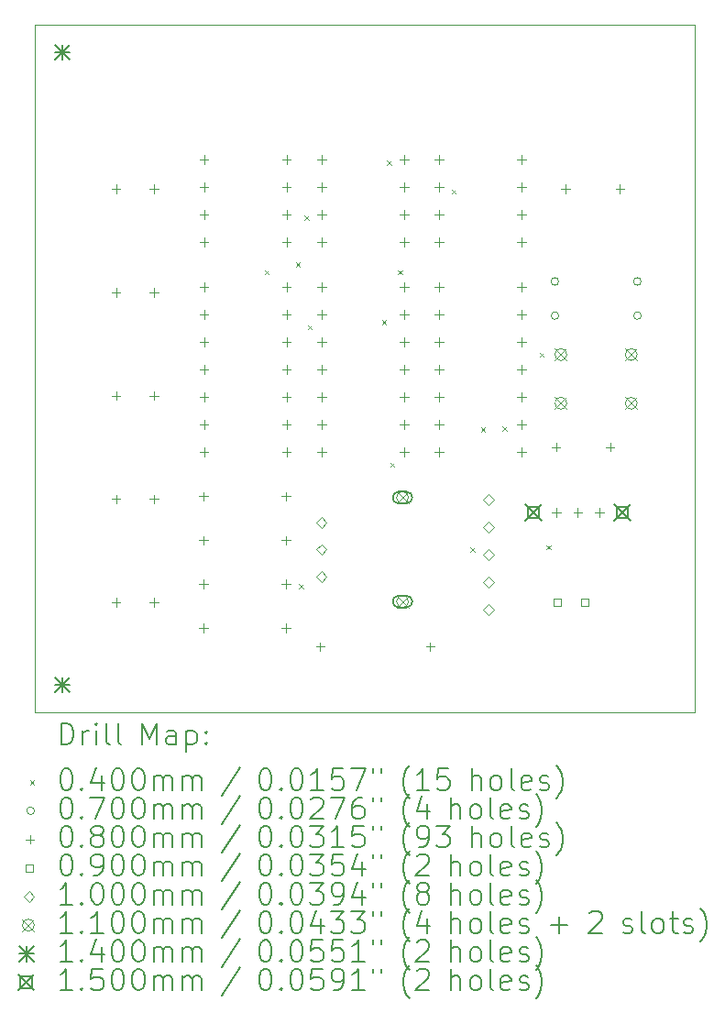
<source format=gbr>
%TF.GenerationSoftware,KiCad,Pcbnew,(7.0.0)*%
%TF.CreationDate,2023-02-28T14:37:41-05:00*%
%TF.ProjectId,8bc_clock_4,3862635f-636c-46f6-936b-5f342e6b6963,rev?*%
%TF.SameCoordinates,Original*%
%TF.FileFunction,Drillmap*%
%TF.FilePolarity,Positive*%
%FSLAX45Y45*%
G04 Gerber Fmt 4.5, Leading zero omitted, Abs format (unit mm)*
G04 Created by KiCad (PCBNEW (7.0.0)) date 2023-02-28 14:37:41*
%MOMM*%
%LPD*%
G01*
G04 APERTURE LIST*
%ADD10C,0.100000*%
%ADD11C,0.200000*%
%ADD12C,0.040000*%
%ADD13C,0.070000*%
%ADD14C,0.080000*%
%ADD15C,0.090000*%
%ADD16C,0.110000*%
%ADD17C,0.140000*%
%ADD18C,0.150000*%
G04 APERTURE END LIST*
D10*
X10414000Y-5080000D02*
X16510000Y-5080000D01*
X16510000Y-5080000D02*
X16510000Y-11430000D01*
X16510000Y-11430000D02*
X10414000Y-11430000D01*
X10414000Y-11430000D02*
X10414000Y-5080000D01*
D11*
D12*
X12535050Y-7345897D02*
X12575050Y-7385897D01*
X12575050Y-7345897D02*
X12535050Y-7385897D01*
X12823987Y-7273447D02*
X12863987Y-7313447D01*
X12863987Y-7273447D02*
X12823987Y-7313447D01*
X12853486Y-10245188D02*
X12893486Y-10285188D01*
X12893486Y-10245188D02*
X12853486Y-10285188D01*
X12906592Y-6844286D02*
X12946592Y-6884286D01*
X12946592Y-6844286D02*
X12906592Y-6884286D01*
X12934000Y-7854000D02*
X12974000Y-7894000D01*
X12974000Y-7854000D02*
X12934000Y-7894000D01*
X13620050Y-7808450D02*
X13660050Y-7848450D01*
X13660050Y-7808450D02*
X13620050Y-7848450D01*
X13668592Y-6336286D02*
X13708592Y-6376286D01*
X13708592Y-6336286D02*
X13668592Y-6376286D01*
X13696000Y-9124000D02*
X13736000Y-9164000D01*
X13736000Y-9124000D02*
X13696000Y-9164000D01*
X13764950Y-7345903D02*
X13804950Y-7385903D01*
X13804950Y-7345903D02*
X13764950Y-7385903D01*
X14262097Y-6599050D02*
X14302097Y-6639050D01*
X14302097Y-6599050D02*
X14262097Y-6639050D01*
X14435851Y-9906311D02*
X14475851Y-9946311D01*
X14475851Y-9906311D02*
X14435851Y-9946311D01*
X14533770Y-8794230D02*
X14573770Y-8834230D01*
X14573770Y-8794230D02*
X14533770Y-8834230D01*
X14731410Y-8786950D02*
X14771410Y-8826950D01*
X14771410Y-8786950D02*
X14731410Y-8826950D01*
X15074950Y-8108000D02*
X15114950Y-8148000D01*
X15114950Y-8108000D02*
X15074950Y-8148000D01*
X15137550Y-9886000D02*
X15177550Y-9926000D01*
X15177550Y-9886000D02*
X15137550Y-9926000D01*
D13*
X15253000Y-7450000D02*
G75*
G03*
X15253000Y-7450000I-35000J0D01*
G01*
X15253000Y-7765000D02*
G75*
G03*
X15253000Y-7765000I-35000J0D01*
G01*
X16015000Y-7450000D02*
G75*
G03*
X16015000Y-7450000I-35000J0D01*
G01*
X16015000Y-7765000D02*
G75*
G03*
X16015000Y-7765000I-35000J0D01*
G01*
D14*
X11163000Y-6555000D02*
X11163000Y-6635000D01*
X11123000Y-6595000D02*
X11203000Y-6595000D01*
X11163000Y-7510000D02*
X11163000Y-7590000D01*
X11123000Y-7550000D02*
X11203000Y-7550000D01*
X11163000Y-8465000D02*
X11163000Y-8545000D01*
X11123000Y-8505000D02*
X11203000Y-8505000D01*
X11163000Y-9420000D02*
X11163000Y-9500000D01*
X11123000Y-9460000D02*
X11203000Y-9460000D01*
X11163000Y-10375000D02*
X11163000Y-10455000D01*
X11123000Y-10415000D02*
X11203000Y-10415000D01*
X11513000Y-6555000D02*
X11513000Y-6635000D01*
X11473000Y-6595000D02*
X11553000Y-6595000D01*
X11513000Y-7510000D02*
X11513000Y-7590000D01*
X11473000Y-7550000D02*
X11553000Y-7550000D01*
X11513000Y-8465000D02*
X11513000Y-8545000D01*
X11473000Y-8505000D02*
X11553000Y-8505000D01*
X11513000Y-9420000D02*
X11513000Y-9500000D01*
X11473000Y-9460000D02*
X11553000Y-9460000D01*
X11513000Y-10375000D02*
X11513000Y-10455000D01*
X11473000Y-10415000D02*
X11553000Y-10415000D01*
X11973000Y-9395000D02*
X11973000Y-9475000D01*
X11933000Y-9435000D02*
X12013000Y-9435000D01*
X11973000Y-9800000D02*
X11973000Y-9880000D01*
X11933000Y-9840000D02*
X12013000Y-9840000D01*
X11973000Y-10205000D02*
X11973000Y-10285000D01*
X11933000Y-10245000D02*
X12013000Y-10245000D01*
X11973000Y-10610000D02*
X11973000Y-10690000D01*
X11933000Y-10650000D02*
X12013000Y-10650000D01*
X11978000Y-6285000D02*
X11978000Y-6365000D01*
X11938000Y-6325000D02*
X12018000Y-6325000D01*
X11978000Y-6539000D02*
X11978000Y-6619000D01*
X11938000Y-6579000D02*
X12018000Y-6579000D01*
X11978000Y-6793000D02*
X11978000Y-6873000D01*
X11938000Y-6833000D02*
X12018000Y-6833000D01*
X11978000Y-7047000D02*
X11978000Y-7127000D01*
X11938000Y-7087000D02*
X12018000Y-7087000D01*
X11978000Y-7460000D02*
X11978000Y-7540000D01*
X11938000Y-7500000D02*
X12018000Y-7500000D01*
X11978000Y-7714000D02*
X11978000Y-7794000D01*
X11938000Y-7754000D02*
X12018000Y-7754000D01*
X11978000Y-7968000D02*
X11978000Y-8048000D01*
X11938000Y-8008000D02*
X12018000Y-8008000D01*
X11978000Y-8222000D02*
X11978000Y-8302000D01*
X11938000Y-8262000D02*
X12018000Y-8262000D01*
X11978000Y-8476000D02*
X11978000Y-8556000D01*
X11938000Y-8516000D02*
X12018000Y-8516000D01*
X11978000Y-8730000D02*
X11978000Y-8810000D01*
X11938000Y-8770000D02*
X12018000Y-8770000D01*
X11978000Y-8984000D02*
X11978000Y-9064000D01*
X11938000Y-9024000D02*
X12018000Y-9024000D01*
X12735000Y-9395000D02*
X12735000Y-9475000D01*
X12695000Y-9435000D02*
X12775000Y-9435000D01*
X12735000Y-9800000D02*
X12735000Y-9880000D01*
X12695000Y-9840000D02*
X12775000Y-9840000D01*
X12735000Y-10205000D02*
X12735000Y-10285000D01*
X12695000Y-10245000D02*
X12775000Y-10245000D01*
X12735000Y-10610000D02*
X12735000Y-10690000D01*
X12695000Y-10650000D02*
X12775000Y-10650000D01*
X12740000Y-6285000D02*
X12740000Y-6365000D01*
X12700000Y-6325000D02*
X12780000Y-6325000D01*
X12740000Y-6539000D02*
X12740000Y-6619000D01*
X12700000Y-6579000D02*
X12780000Y-6579000D01*
X12740000Y-6793000D02*
X12740000Y-6873000D01*
X12700000Y-6833000D02*
X12780000Y-6833000D01*
X12740000Y-7047000D02*
X12740000Y-7127000D01*
X12700000Y-7087000D02*
X12780000Y-7087000D01*
X12740000Y-7460000D02*
X12740000Y-7540000D01*
X12700000Y-7500000D02*
X12780000Y-7500000D01*
X12740000Y-7714000D02*
X12740000Y-7794000D01*
X12700000Y-7754000D02*
X12780000Y-7754000D01*
X12740000Y-7968000D02*
X12740000Y-8048000D01*
X12700000Y-8008000D02*
X12780000Y-8008000D01*
X12740000Y-8222000D02*
X12740000Y-8302000D01*
X12700000Y-8262000D02*
X12780000Y-8262000D01*
X12740000Y-8476000D02*
X12740000Y-8556000D01*
X12700000Y-8516000D02*
X12780000Y-8516000D01*
X12740000Y-8730000D02*
X12740000Y-8810000D01*
X12700000Y-8770000D02*
X12780000Y-8770000D01*
X12740000Y-8984000D02*
X12740000Y-9064000D01*
X12700000Y-9024000D02*
X12780000Y-9024000D01*
X13050000Y-10782000D02*
X13050000Y-10862000D01*
X13010000Y-10822000D02*
X13090000Y-10822000D01*
X13063000Y-6285000D02*
X13063000Y-6365000D01*
X13023000Y-6325000D02*
X13103000Y-6325000D01*
X13063000Y-6539000D02*
X13063000Y-6619000D01*
X13023000Y-6579000D02*
X13103000Y-6579000D01*
X13063000Y-6793000D02*
X13063000Y-6873000D01*
X13023000Y-6833000D02*
X13103000Y-6833000D01*
X13063000Y-7047000D02*
X13063000Y-7127000D01*
X13023000Y-7087000D02*
X13103000Y-7087000D01*
X13063000Y-7460000D02*
X13063000Y-7540000D01*
X13023000Y-7500000D02*
X13103000Y-7500000D01*
X13063000Y-7714000D02*
X13063000Y-7794000D01*
X13023000Y-7754000D02*
X13103000Y-7754000D01*
X13063000Y-7968000D02*
X13063000Y-8048000D01*
X13023000Y-8008000D02*
X13103000Y-8008000D01*
X13063000Y-8222000D02*
X13063000Y-8302000D01*
X13023000Y-8262000D02*
X13103000Y-8262000D01*
X13063000Y-8476000D02*
X13063000Y-8556000D01*
X13023000Y-8516000D02*
X13103000Y-8516000D01*
X13063000Y-8730000D02*
X13063000Y-8810000D01*
X13023000Y-8770000D02*
X13103000Y-8770000D01*
X13063000Y-8984000D02*
X13063000Y-9064000D01*
X13023000Y-9024000D02*
X13103000Y-9024000D01*
X13825000Y-6285000D02*
X13825000Y-6365000D01*
X13785000Y-6325000D02*
X13865000Y-6325000D01*
X13825000Y-6539000D02*
X13825000Y-6619000D01*
X13785000Y-6579000D02*
X13865000Y-6579000D01*
X13825000Y-6793000D02*
X13825000Y-6873000D01*
X13785000Y-6833000D02*
X13865000Y-6833000D01*
X13825000Y-7047000D02*
X13825000Y-7127000D01*
X13785000Y-7087000D02*
X13865000Y-7087000D01*
X13825000Y-7460000D02*
X13825000Y-7540000D01*
X13785000Y-7500000D02*
X13865000Y-7500000D01*
X13825000Y-7714000D02*
X13825000Y-7794000D01*
X13785000Y-7754000D02*
X13865000Y-7754000D01*
X13825000Y-7968000D02*
X13825000Y-8048000D01*
X13785000Y-8008000D02*
X13865000Y-8008000D01*
X13825000Y-8222000D02*
X13825000Y-8302000D01*
X13785000Y-8262000D02*
X13865000Y-8262000D01*
X13825000Y-8476000D02*
X13825000Y-8556000D01*
X13785000Y-8516000D02*
X13865000Y-8516000D01*
X13825000Y-8730000D02*
X13825000Y-8810000D01*
X13785000Y-8770000D02*
X13865000Y-8770000D01*
X13825000Y-8984000D02*
X13825000Y-9064000D01*
X13785000Y-9024000D02*
X13865000Y-9024000D01*
X14066000Y-10782000D02*
X14066000Y-10862000D01*
X14026000Y-10822000D02*
X14106000Y-10822000D01*
X14148000Y-6285000D02*
X14148000Y-6365000D01*
X14108000Y-6325000D02*
X14188000Y-6325000D01*
X14148000Y-6539000D02*
X14148000Y-6619000D01*
X14108000Y-6579000D02*
X14188000Y-6579000D01*
X14148000Y-6793000D02*
X14148000Y-6873000D01*
X14108000Y-6833000D02*
X14188000Y-6833000D01*
X14148000Y-7047000D02*
X14148000Y-7127000D01*
X14108000Y-7087000D02*
X14188000Y-7087000D01*
X14148000Y-7460000D02*
X14148000Y-7540000D01*
X14108000Y-7500000D02*
X14188000Y-7500000D01*
X14148000Y-7714000D02*
X14148000Y-7794000D01*
X14108000Y-7754000D02*
X14188000Y-7754000D01*
X14148000Y-7968000D02*
X14148000Y-8048000D01*
X14108000Y-8008000D02*
X14188000Y-8008000D01*
X14148000Y-8222000D02*
X14148000Y-8302000D01*
X14108000Y-8262000D02*
X14188000Y-8262000D01*
X14148000Y-8476000D02*
X14148000Y-8556000D01*
X14108000Y-8516000D02*
X14188000Y-8516000D01*
X14148000Y-8730000D02*
X14148000Y-8810000D01*
X14108000Y-8770000D02*
X14188000Y-8770000D01*
X14148000Y-8984000D02*
X14148000Y-9064000D01*
X14108000Y-9024000D02*
X14188000Y-9024000D01*
X14910000Y-6285000D02*
X14910000Y-6365000D01*
X14870000Y-6325000D02*
X14950000Y-6325000D01*
X14910000Y-6539000D02*
X14910000Y-6619000D01*
X14870000Y-6579000D02*
X14950000Y-6579000D01*
X14910000Y-6793000D02*
X14910000Y-6873000D01*
X14870000Y-6833000D02*
X14950000Y-6833000D01*
X14910000Y-7047000D02*
X14910000Y-7127000D01*
X14870000Y-7087000D02*
X14950000Y-7087000D01*
X14910000Y-7460000D02*
X14910000Y-7540000D01*
X14870000Y-7500000D02*
X14950000Y-7500000D01*
X14910000Y-7714000D02*
X14910000Y-7794000D01*
X14870000Y-7754000D02*
X14950000Y-7754000D01*
X14910000Y-7968000D02*
X14910000Y-8048000D01*
X14870000Y-8008000D02*
X14950000Y-8008000D01*
X14910000Y-8222000D02*
X14910000Y-8302000D01*
X14870000Y-8262000D02*
X14950000Y-8262000D01*
X14910000Y-8476000D02*
X14910000Y-8556000D01*
X14870000Y-8516000D02*
X14950000Y-8516000D01*
X14910000Y-8730000D02*
X14910000Y-8810000D01*
X14870000Y-8770000D02*
X14950000Y-8770000D01*
X14910000Y-8984000D02*
X14910000Y-9064000D01*
X14870000Y-9024000D02*
X14950000Y-9024000D01*
X15228000Y-8940000D02*
X15228000Y-9020000D01*
X15188000Y-8980000D02*
X15268000Y-8980000D01*
X15230000Y-9544500D02*
X15230000Y-9624500D01*
X15190000Y-9584500D02*
X15270000Y-9584500D01*
X15317470Y-6555000D02*
X15317470Y-6635000D01*
X15277470Y-6595000D02*
X15357470Y-6595000D01*
X15430000Y-9544500D02*
X15430000Y-9624500D01*
X15390000Y-9584500D02*
X15470000Y-9584500D01*
X15630000Y-9544500D02*
X15630000Y-9624500D01*
X15590000Y-9584500D02*
X15670000Y-9584500D01*
X15728000Y-8940000D02*
X15728000Y-9020000D01*
X15688000Y-8980000D02*
X15768000Y-8980000D01*
X15817470Y-6555000D02*
X15817470Y-6635000D01*
X15777470Y-6595000D02*
X15857470Y-6595000D01*
D15*
X15271820Y-10445820D02*
X15271820Y-10382180D01*
X15208180Y-10382180D01*
X15208180Y-10445820D01*
X15271820Y-10445820D01*
X15525820Y-10445820D02*
X15525820Y-10382180D01*
X15462180Y-10382180D01*
X15462180Y-10445820D01*
X15525820Y-10445820D01*
D10*
X13060000Y-9726000D02*
X13110000Y-9676000D01*
X13060000Y-9626000D01*
X13010000Y-9676000D01*
X13060000Y-9726000D01*
X13060000Y-9976000D02*
X13110000Y-9926000D01*
X13060000Y-9876000D01*
X13010000Y-9926000D01*
X13060000Y-9976000D01*
X13060000Y-10226000D02*
X13110000Y-10176000D01*
X13060000Y-10126000D01*
X13010000Y-10176000D01*
X13060000Y-10226000D01*
X14605000Y-9515000D02*
X14655000Y-9465000D01*
X14605000Y-9415000D01*
X14555000Y-9465000D01*
X14605000Y-9515000D01*
X14605000Y-9769000D02*
X14655000Y-9719000D01*
X14605000Y-9669000D01*
X14555000Y-9719000D01*
X14605000Y-9769000D01*
X14605000Y-10023000D02*
X14655000Y-9973000D01*
X14605000Y-9923000D01*
X14555000Y-9973000D01*
X14605000Y-10023000D01*
X14605000Y-10277000D02*
X14655000Y-10227000D01*
X14605000Y-10177000D01*
X14555000Y-10227000D01*
X14605000Y-10277000D01*
X14605000Y-10531000D02*
X14655000Y-10481000D01*
X14605000Y-10431000D01*
X14555000Y-10481000D01*
X14605000Y-10531000D01*
D16*
X13755000Y-9391000D02*
X13865000Y-9501000D01*
X13865000Y-9391000D02*
X13755000Y-9501000D01*
X13865000Y-9446000D02*
G75*
G03*
X13865000Y-9446000I-55000J0D01*
G01*
D11*
X13775000Y-9501000D02*
X13845000Y-9501000D01*
X13845000Y-9501000D02*
G75*
G03*
X13845000Y-9391000I0J55000D01*
G01*
X13845000Y-9391000D02*
X13775000Y-9391000D01*
X13775000Y-9391000D02*
G75*
G03*
X13775000Y-9501000I0J-55000D01*
G01*
D16*
X13755000Y-10351000D02*
X13865000Y-10461000D01*
X13865000Y-10351000D02*
X13755000Y-10461000D01*
X13865000Y-10406000D02*
G75*
G03*
X13865000Y-10406000I-55000J0D01*
G01*
D11*
X13775000Y-10461000D02*
X13845000Y-10461000D01*
X13845000Y-10461000D02*
G75*
G03*
X13845000Y-10351000I0J55000D01*
G01*
X13845000Y-10351000D02*
X13775000Y-10351000D01*
X13775000Y-10351000D02*
G75*
G03*
X13775000Y-10461000I0J-55000D01*
G01*
D16*
X15218000Y-8070000D02*
X15328000Y-8180000D01*
X15328000Y-8070000D02*
X15218000Y-8180000D01*
X15328000Y-8125000D02*
G75*
G03*
X15328000Y-8125000I-55000J0D01*
G01*
X15218000Y-8520000D02*
X15328000Y-8630000D01*
X15328000Y-8520000D02*
X15218000Y-8630000D01*
X15328000Y-8575000D02*
G75*
G03*
X15328000Y-8575000I-55000J0D01*
G01*
X15868000Y-8070000D02*
X15978000Y-8180000D01*
X15978000Y-8070000D02*
X15868000Y-8180000D01*
X15978000Y-8125000D02*
G75*
G03*
X15978000Y-8125000I-55000J0D01*
G01*
X15868000Y-8520000D02*
X15978000Y-8630000D01*
X15978000Y-8520000D02*
X15868000Y-8630000D01*
X15978000Y-8575000D02*
G75*
G03*
X15978000Y-8575000I-55000J0D01*
G01*
D17*
X10598000Y-5264000D02*
X10738000Y-5404000D01*
X10738000Y-5264000D02*
X10598000Y-5404000D01*
X10668000Y-5264000D02*
X10668000Y-5404000D01*
X10598000Y-5334000D02*
X10738000Y-5334000D01*
X10598000Y-11106000D02*
X10738000Y-11246000D01*
X10738000Y-11106000D02*
X10598000Y-11246000D01*
X10668000Y-11106000D02*
X10668000Y-11246000D01*
X10598000Y-11176000D02*
X10738000Y-11176000D01*
D18*
X14945000Y-9509500D02*
X15095000Y-9659500D01*
X15095000Y-9509500D02*
X14945000Y-9659500D01*
X15073033Y-9637534D02*
X15073033Y-9531467D01*
X14966966Y-9531467D01*
X14966966Y-9637534D01*
X15073033Y-9637534D01*
X15765000Y-9509500D02*
X15915000Y-9659500D01*
X15915000Y-9509500D02*
X15765000Y-9659500D01*
X15893033Y-9637534D02*
X15893033Y-9531467D01*
X15786966Y-9531467D01*
X15786966Y-9637534D01*
X15893033Y-9637534D01*
D11*
X10656619Y-11728476D02*
X10656619Y-11528476D01*
X10656619Y-11528476D02*
X10704238Y-11528476D01*
X10704238Y-11528476D02*
X10732810Y-11538000D01*
X10732810Y-11538000D02*
X10751857Y-11557048D01*
X10751857Y-11557048D02*
X10761381Y-11576095D01*
X10761381Y-11576095D02*
X10770905Y-11614190D01*
X10770905Y-11614190D02*
X10770905Y-11642762D01*
X10770905Y-11642762D02*
X10761381Y-11680857D01*
X10761381Y-11680857D02*
X10751857Y-11699905D01*
X10751857Y-11699905D02*
X10732810Y-11718952D01*
X10732810Y-11718952D02*
X10704238Y-11728476D01*
X10704238Y-11728476D02*
X10656619Y-11728476D01*
X10856619Y-11728476D02*
X10856619Y-11595143D01*
X10856619Y-11633238D02*
X10866143Y-11614190D01*
X10866143Y-11614190D02*
X10875667Y-11604667D01*
X10875667Y-11604667D02*
X10894714Y-11595143D01*
X10894714Y-11595143D02*
X10913762Y-11595143D01*
X10980429Y-11728476D02*
X10980429Y-11595143D01*
X10980429Y-11528476D02*
X10970905Y-11538000D01*
X10970905Y-11538000D02*
X10980429Y-11547524D01*
X10980429Y-11547524D02*
X10989952Y-11538000D01*
X10989952Y-11538000D02*
X10980429Y-11528476D01*
X10980429Y-11528476D02*
X10980429Y-11547524D01*
X11104238Y-11728476D02*
X11085190Y-11718952D01*
X11085190Y-11718952D02*
X11075667Y-11699905D01*
X11075667Y-11699905D02*
X11075667Y-11528476D01*
X11209000Y-11728476D02*
X11189952Y-11718952D01*
X11189952Y-11718952D02*
X11180429Y-11699905D01*
X11180429Y-11699905D02*
X11180429Y-11528476D01*
X11405190Y-11728476D02*
X11405190Y-11528476D01*
X11405190Y-11528476D02*
X11471857Y-11671333D01*
X11471857Y-11671333D02*
X11538524Y-11528476D01*
X11538524Y-11528476D02*
X11538524Y-11728476D01*
X11719476Y-11728476D02*
X11719476Y-11623714D01*
X11719476Y-11623714D02*
X11709952Y-11604667D01*
X11709952Y-11604667D02*
X11690905Y-11595143D01*
X11690905Y-11595143D02*
X11652809Y-11595143D01*
X11652809Y-11595143D02*
X11633762Y-11604667D01*
X11719476Y-11718952D02*
X11700428Y-11728476D01*
X11700428Y-11728476D02*
X11652809Y-11728476D01*
X11652809Y-11728476D02*
X11633762Y-11718952D01*
X11633762Y-11718952D02*
X11624238Y-11699905D01*
X11624238Y-11699905D02*
X11624238Y-11680857D01*
X11624238Y-11680857D02*
X11633762Y-11661809D01*
X11633762Y-11661809D02*
X11652809Y-11652286D01*
X11652809Y-11652286D02*
X11700428Y-11652286D01*
X11700428Y-11652286D02*
X11719476Y-11642762D01*
X11814714Y-11595143D02*
X11814714Y-11795143D01*
X11814714Y-11604667D02*
X11833762Y-11595143D01*
X11833762Y-11595143D02*
X11871857Y-11595143D01*
X11871857Y-11595143D02*
X11890905Y-11604667D01*
X11890905Y-11604667D02*
X11900428Y-11614190D01*
X11900428Y-11614190D02*
X11909952Y-11633238D01*
X11909952Y-11633238D02*
X11909952Y-11690381D01*
X11909952Y-11690381D02*
X11900428Y-11709428D01*
X11900428Y-11709428D02*
X11890905Y-11718952D01*
X11890905Y-11718952D02*
X11871857Y-11728476D01*
X11871857Y-11728476D02*
X11833762Y-11728476D01*
X11833762Y-11728476D02*
X11814714Y-11718952D01*
X11995667Y-11709428D02*
X12005190Y-11718952D01*
X12005190Y-11718952D02*
X11995667Y-11728476D01*
X11995667Y-11728476D02*
X11986143Y-11718952D01*
X11986143Y-11718952D02*
X11995667Y-11709428D01*
X11995667Y-11709428D02*
X11995667Y-11728476D01*
X11995667Y-11604667D02*
X12005190Y-11614190D01*
X12005190Y-11614190D02*
X11995667Y-11623714D01*
X11995667Y-11623714D02*
X11986143Y-11614190D01*
X11986143Y-11614190D02*
X11995667Y-11604667D01*
X11995667Y-11604667D02*
X11995667Y-11623714D01*
D12*
X10369000Y-12055000D02*
X10409000Y-12095000D01*
X10409000Y-12055000D02*
X10369000Y-12095000D01*
D11*
X10694714Y-11948476D02*
X10713762Y-11948476D01*
X10713762Y-11948476D02*
X10732810Y-11958000D01*
X10732810Y-11958000D02*
X10742333Y-11967524D01*
X10742333Y-11967524D02*
X10751857Y-11986571D01*
X10751857Y-11986571D02*
X10761381Y-12024667D01*
X10761381Y-12024667D02*
X10761381Y-12072286D01*
X10761381Y-12072286D02*
X10751857Y-12110381D01*
X10751857Y-12110381D02*
X10742333Y-12129428D01*
X10742333Y-12129428D02*
X10732810Y-12138952D01*
X10732810Y-12138952D02*
X10713762Y-12148476D01*
X10713762Y-12148476D02*
X10694714Y-12148476D01*
X10694714Y-12148476D02*
X10675667Y-12138952D01*
X10675667Y-12138952D02*
X10666143Y-12129428D01*
X10666143Y-12129428D02*
X10656619Y-12110381D01*
X10656619Y-12110381D02*
X10647095Y-12072286D01*
X10647095Y-12072286D02*
X10647095Y-12024667D01*
X10647095Y-12024667D02*
X10656619Y-11986571D01*
X10656619Y-11986571D02*
X10666143Y-11967524D01*
X10666143Y-11967524D02*
X10675667Y-11958000D01*
X10675667Y-11958000D02*
X10694714Y-11948476D01*
X10847095Y-12129428D02*
X10856619Y-12138952D01*
X10856619Y-12138952D02*
X10847095Y-12148476D01*
X10847095Y-12148476D02*
X10837571Y-12138952D01*
X10837571Y-12138952D02*
X10847095Y-12129428D01*
X10847095Y-12129428D02*
X10847095Y-12148476D01*
X11028048Y-12015143D02*
X11028048Y-12148476D01*
X10980429Y-11938952D02*
X10932810Y-12081809D01*
X10932810Y-12081809D02*
X11056619Y-12081809D01*
X11170905Y-11948476D02*
X11189952Y-11948476D01*
X11189952Y-11948476D02*
X11209000Y-11958000D01*
X11209000Y-11958000D02*
X11218524Y-11967524D01*
X11218524Y-11967524D02*
X11228048Y-11986571D01*
X11228048Y-11986571D02*
X11237571Y-12024667D01*
X11237571Y-12024667D02*
X11237571Y-12072286D01*
X11237571Y-12072286D02*
X11228048Y-12110381D01*
X11228048Y-12110381D02*
X11218524Y-12129428D01*
X11218524Y-12129428D02*
X11209000Y-12138952D01*
X11209000Y-12138952D02*
X11189952Y-12148476D01*
X11189952Y-12148476D02*
X11170905Y-12148476D01*
X11170905Y-12148476D02*
X11151857Y-12138952D01*
X11151857Y-12138952D02*
X11142333Y-12129428D01*
X11142333Y-12129428D02*
X11132810Y-12110381D01*
X11132810Y-12110381D02*
X11123286Y-12072286D01*
X11123286Y-12072286D02*
X11123286Y-12024667D01*
X11123286Y-12024667D02*
X11132810Y-11986571D01*
X11132810Y-11986571D02*
X11142333Y-11967524D01*
X11142333Y-11967524D02*
X11151857Y-11958000D01*
X11151857Y-11958000D02*
X11170905Y-11948476D01*
X11361381Y-11948476D02*
X11380429Y-11948476D01*
X11380429Y-11948476D02*
X11399476Y-11958000D01*
X11399476Y-11958000D02*
X11409000Y-11967524D01*
X11409000Y-11967524D02*
X11418524Y-11986571D01*
X11418524Y-11986571D02*
X11428048Y-12024667D01*
X11428048Y-12024667D02*
X11428048Y-12072286D01*
X11428048Y-12072286D02*
X11418524Y-12110381D01*
X11418524Y-12110381D02*
X11409000Y-12129428D01*
X11409000Y-12129428D02*
X11399476Y-12138952D01*
X11399476Y-12138952D02*
X11380429Y-12148476D01*
X11380429Y-12148476D02*
X11361381Y-12148476D01*
X11361381Y-12148476D02*
X11342333Y-12138952D01*
X11342333Y-12138952D02*
X11332809Y-12129428D01*
X11332809Y-12129428D02*
X11323286Y-12110381D01*
X11323286Y-12110381D02*
X11313762Y-12072286D01*
X11313762Y-12072286D02*
X11313762Y-12024667D01*
X11313762Y-12024667D02*
X11323286Y-11986571D01*
X11323286Y-11986571D02*
X11332809Y-11967524D01*
X11332809Y-11967524D02*
X11342333Y-11958000D01*
X11342333Y-11958000D02*
X11361381Y-11948476D01*
X11513762Y-12148476D02*
X11513762Y-12015143D01*
X11513762Y-12034190D02*
X11523286Y-12024667D01*
X11523286Y-12024667D02*
X11542333Y-12015143D01*
X11542333Y-12015143D02*
X11570905Y-12015143D01*
X11570905Y-12015143D02*
X11589952Y-12024667D01*
X11589952Y-12024667D02*
X11599476Y-12043714D01*
X11599476Y-12043714D02*
X11599476Y-12148476D01*
X11599476Y-12043714D02*
X11609000Y-12024667D01*
X11609000Y-12024667D02*
X11628048Y-12015143D01*
X11628048Y-12015143D02*
X11656619Y-12015143D01*
X11656619Y-12015143D02*
X11675667Y-12024667D01*
X11675667Y-12024667D02*
X11685190Y-12043714D01*
X11685190Y-12043714D02*
X11685190Y-12148476D01*
X11780429Y-12148476D02*
X11780429Y-12015143D01*
X11780429Y-12034190D02*
X11789952Y-12024667D01*
X11789952Y-12024667D02*
X11809000Y-12015143D01*
X11809000Y-12015143D02*
X11837571Y-12015143D01*
X11837571Y-12015143D02*
X11856619Y-12024667D01*
X11856619Y-12024667D02*
X11866143Y-12043714D01*
X11866143Y-12043714D02*
X11866143Y-12148476D01*
X11866143Y-12043714D02*
X11875667Y-12024667D01*
X11875667Y-12024667D02*
X11894714Y-12015143D01*
X11894714Y-12015143D02*
X11923286Y-12015143D01*
X11923286Y-12015143D02*
X11942333Y-12024667D01*
X11942333Y-12024667D02*
X11951857Y-12043714D01*
X11951857Y-12043714D02*
X11951857Y-12148476D01*
X12309952Y-11938952D02*
X12138524Y-12196095D01*
X12534714Y-11948476D02*
X12553762Y-11948476D01*
X12553762Y-11948476D02*
X12572810Y-11958000D01*
X12572810Y-11958000D02*
X12582333Y-11967524D01*
X12582333Y-11967524D02*
X12591857Y-11986571D01*
X12591857Y-11986571D02*
X12601381Y-12024667D01*
X12601381Y-12024667D02*
X12601381Y-12072286D01*
X12601381Y-12072286D02*
X12591857Y-12110381D01*
X12591857Y-12110381D02*
X12582333Y-12129428D01*
X12582333Y-12129428D02*
X12572810Y-12138952D01*
X12572810Y-12138952D02*
X12553762Y-12148476D01*
X12553762Y-12148476D02*
X12534714Y-12148476D01*
X12534714Y-12148476D02*
X12515667Y-12138952D01*
X12515667Y-12138952D02*
X12506143Y-12129428D01*
X12506143Y-12129428D02*
X12496619Y-12110381D01*
X12496619Y-12110381D02*
X12487095Y-12072286D01*
X12487095Y-12072286D02*
X12487095Y-12024667D01*
X12487095Y-12024667D02*
X12496619Y-11986571D01*
X12496619Y-11986571D02*
X12506143Y-11967524D01*
X12506143Y-11967524D02*
X12515667Y-11958000D01*
X12515667Y-11958000D02*
X12534714Y-11948476D01*
X12687095Y-12129428D02*
X12696619Y-12138952D01*
X12696619Y-12138952D02*
X12687095Y-12148476D01*
X12687095Y-12148476D02*
X12677571Y-12138952D01*
X12677571Y-12138952D02*
X12687095Y-12129428D01*
X12687095Y-12129428D02*
X12687095Y-12148476D01*
X12820429Y-11948476D02*
X12839476Y-11948476D01*
X12839476Y-11948476D02*
X12858524Y-11958000D01*
X12858524Y-11958000D02*
X12868048Y-11967524D01*
X12868048Y-11967524D02*
X12877571Y-11986571D01*
X12877571Y-11986571D02*
X12887095Y-12024667D01*
X12887095Y-12024667D02*
X12887095Y-12072286D01*
X12887095Y-12072286D02*
X12877571Y-12110381D01*
X12877571Y-12110381D02*
X12868048Y-12129428D01*
X12868048Y-12129428D02*
X12858524Y-12138952D01*
X12858524Y-12138952D02*
X12839476Y-12148476D01*
X12839476Y-12148476D02*
X12820429Y-12148476D01*
X12820429Y-12148476D02*
X12801381Y-12138952D01*
X12801381Y-12138952D02*
X12791857Y-12129428D01*
X12791857Y-12129428D02*
X12782333Y-12110381D01*
X12782333Y-12110381D02*
X12772810Y-12072286D01*
X12772810Y-12072286D02*
X12772810Y-12024667D01*
X12772810Y-12024667D02*
X12782333Y-11986571D01*
X12782333Y-11986571D02*
X12791857Y-11967524D01*
X12791857Y-11967524D02*
X12801381Y-11958000D01*
X12801381Y-11958000D02*
X12820429Y-11948476D01*
X13077571Y-12148476D02*
X12963286Y-12148476D01*
X13020429Y-12148476D02*
X13020429Y-11948476D01*
X13020429Y-11948476D02*
X13001381Y-11977048D01*
X13001381Y-11977048D02*
X12982333Y-11996095D01*
X12982333Y-11996095D02*
X12963286Y-12005619D01*
X13258524Y-11948476D02*
X13163286Y-11948476D01*
X13163286Y-11948476D02*
X13153762Y-12043714D01*
X13153762Y-12043714D02*
X13163286Y-12034190D01*
X13163286Y-12034190D02*
X13182333Y-12024667D01*
X13182333Y-12024667D02*
X13229952Y-12024667D01*
X13229952Y-12024667D02*
X13249000Y-12034190D01*
X13249000Y-12034190D02*
X13258524Y-12043714D01*
X13258524Y-12043714D02*
X13268048Y-12062762D01*
X13268048Y-12062762D02*
X13268048Y-12110381D01*
X13268048Y-12110381D02*
X13258524Y-12129428D01*
X13258524Y-12129428D02*
X13249000Y-12138952D01*
X13249000Y-12138952D02*
X13229952Y-12148476D01*
X13229952Y-12148476D02*
X13182333Y-12148476D01*
X13182333Y-12148476D02*
X13163286Y-12138952D01*
X13163286Y-12138952D02*
X13153762Y-12129428D01*
X13334714Y-11948476D02*
X13468048Y-11948476D01*
X13468048Y-11948476D02*
X13382333Y-12148476D01*
X13534714Y-11948476D02*
X13534714Y-11986571D01*
X13610905Y-11948476D02*
X13610905Y-11986571D01*
X13873762Y-12224667D02*
X13864238Y-12215143D01*
X13864238Y-12215143D02*
X13845191Y-12186571D01*
X13845191Y-12186571D02*
X13835667Y-12167524D01*
X13835667Y-12167524D02*
X13826143Y-12138952D01*
X13826143Y-12138952D02*
X13816619Y-12091333D01*
X13816619Y-12091333D02*
X13816619Y-12053238D01*
X13816619Y-12053238D02*
X13826143Y-12005619D01*
X13826143Y-12005619D02*
X13835667Y-11977048D01*
X13835667Y-11977048D02*
X13845191Y-11958000D01*
X13845191Y-11958000D02*
X13864238Y-11929428D01*
X13864238Y-11929428D02*
X13873762Y-11919905D01*
X14054714Y-12148476D02*
X13940429Y-12148476D01*
X13997571Y-12148476D02*
X13997571Y-11948476D01*
X13997571Y-11948476D02*
X13978524Y-11977048D01*
X13978524Y-11977048D02*
X13959476Y-11996095D01*
X13959476Y-11996095D02*
X13940429Y-12005619D01*
X14235667Y-11948476D02*
X14140429Y-11948476D01*
X14140429Y-11948476D02*
X14130905Y-12043714D01*
X14130905Y-12043714D02*
X14140429Y-12034190D01*
X14140429Y-12034190D02*
X14159476Y-12024667D01*
X14159476Y-12024667D02*
X14207095Y-12024667D01*
X14207095Y-12024667D02*
X14226143Y-12034190D01*
X14226143Y-12034190D02*
X14235667Y-12043714D01*
X14235667Y-12043714D02*
X14245191Y-12062762D01*
X14245191Y-12062762D02*
X14245191Y-12110381D01*
X14245191Y-12110381D02*
X14235667Y-12129428D01*
X14235667Y-12129428D02*
X14226143Y-12138952D01*
X14226143Y-12138952D02*
X14207095Y-12148476D01*
X14207095Y-12148476D02*
X14159476Y-12148476D01*
X14159476Y-12148476D02*
X14140429Y-12138952D01*
X14140429Y-12138952D02*
X14130905Y-12129428D01*
X14450905Y-12148476D02*
X14450905Y-11948476D01*
X14536619Y-12148476D02*
X14536619Y-12043714D01*
X14536619Y-12043714D02*
X14527095Y-12024667D01*
X14527095Y-12024667D02*
X14508048Y-12015143D01*
X14508048Y-12015143D02*
X14479476Y-12015143D01*
X14479476Y-12015143D02*
X14460429Y-12024667D01*
X14460429Y-12024667D02*
X14450905Y-12034190D01*
X14660429Y-12148476D02*
X14641381Y-12138952D01*
X14641381Y-12138952D02*
X14631857Y-12129428D01*
X14631857Y-12129428D02*
X14622333Y-12110381D01*
X14622333Y-12110381D02*
X14622333Y-12053238D01*
X14622333Y-12053238D02*
X14631857Y-12034190D01*
X14631857Y-12034190D02*
X14641381Y-12024667D01*
X14641381Y-12024667D02*
X14660429Y-12015143D01*
X14660429Y-12015143D02*
X14689000Y-12015143D01*
X14689000Y-12015143D02*
X14708048Y-12024667D01*
X14708048Y-12024667D02*
X14717572Y-12034190D01*
X14717572Y-12034190D02*
X14727095Y-12053238D01*
X14727095Y-12053238D02*
X14727095Y-12110381D01*
X14727095Y-12110381D02*
X14717572Y-12129428D01*
X14717572Y-12129428D02*
X14708048Y-12138952D01*
X14708048Y-12138952D02*
X14689000Y-12148476D01*
X14689000Y-12148476D02*
X14660429Y-12148476D01*
X14841381Y-12148476D02*
X14822333Y-12138952D01*
X14822333Y-12138952D02*
X14812810Y-12119905D01*
X14812810Y-12119905D02*
X14812810Y-11948476D01*
X14993762Y-12138952D02*
X14974714Y-12148476D01*
X14974714Y-12148476D02*
X14936619Y-12148476D01*
X14936619Y-12148476D02*
X14917572Y-12138952D01*
X14917572Y-12138952D02*
X14908048Y-12119905D01*
X14908048Y-12119905D02*
X14908048Y-12043714D01*
X14908048Y-12043714D02*
X14917572Y-12024667D01*
X14917572Y-12024667D02*
X14936619Y-12015143D01*
X14936619Y-12015143D02*
X14974714Y-12015143D01*
X14974714Y-12015143D02*
X14993762Y-12024667D01*
X14993762Y-12024667D02*
X15003286Y-12043714D01*
X15003286Y-12043714D02*
X15003286Y-12062762D01*
X15003286Y-12062762D02*
X14908048Y-12081809D01*
X15079476Y-12138952D02*
X15098524Y-12148476D01*
X15098524Y-12148476D02*
X15136619Y-12148476D01*
X15136619Y-12148476D02*
X15155667Y-12138952D01*
X15155667Y-12138952D02*
X15165191Y-12119905D01*
X15165191Y-12119905D02*
X15165191Y-12110381D01*
X15165191Y-12110381D02*
X15155667Y-12091333D01*
X15155667Y-12091333D02*
X15136619Y-12081809D01*
X15136619Y-12081809D02*
X15108048Y-12081809D01*
X15108048Y-12081809D02*
X15089000Y-12072286D01*
X15089000Y-12072286D02*
X15079476Y-12053238D01*
X15079476Y-12053238D02*
X15079476Y-12043714D01*
X15079476Y-12043714D02*
X15089000Y-12024667D01*
X15089000Y-12024667D02*
X15108048Y-12015143D01*
X15108048Y-12015143D02*
X15136619Y-12015143D01*
X15136619Y-12015143D02*
X15155667Y-12024667D01*
X15231857Y-12224667D02*
X15241381Y-12215143D01*
X15241381Y-12215143D02*
X15260429Y-12186571D01*
X15260429Y-12186571D02*
X15269953Y-12167524D01*
X15269953Y-12167524D02*
X15279476Y-12138952D01*
X15279476Y-12138952D02*
X15289000Y-12091333D01*
X15289000Y-12091333D02*
X15289000Y-12053238D01*
X15289000Y-12053238D02*
X15279476Y-12005619D01*
X15279476Y-12005619D02*
X15269953Y-11977048D01*
X15269953Y-11977048D02*
X15260429Y-11958000D01*
X15260429Y-11958000D02*
X15241381Y-11929428D01*
X15241381Y-11929428D02*
X15231857Y-11919905D01*
D13*
X10409000Y-12339000D02*
G75*
G03*
X10409000Y-12339000I-35000J0D01*
G01*
D11*
X10694714Y-12212476D02*
X10713762Y-12212476D01*
X10713762Y-12212476D02*
X10732810Y-12222000D01*
X10732810Y-12222000D02*
X10742333Y-12231524D01*
X10742333Y-12231524D02*
X10751857Y-12250571D01*
X10751857Y-12250571D02*
X10761381Y-12288667D01*
X10761381Y-12288667D02*
X10761381Y-12336286D01*
X10761381Y-12336286D02*
X10751857Y-12374381D01*
X10751857Y-12374381D02*
X10742333Y-12393428D01*
X10742333Y-12393428D02*
X10732810Y-12402952D01*
X10732810Y-12402952D02*
X10713762Y-12412476D01*
X10713762Y-12412476D02*
X10694714Y-12412476D01*
X10694714Y-12412476D02*
X10675667Y-12402952D01*
X10675667Y-12402952D02*
X10666143Y-12393428D01*
X10666143Y-12393428D02*
X10656619Y-12374381D01*
X10656619Y-12374381D02*
X10647095Y-12336286D01*
X10647095Y-12336286D02*
X10647095Y-12288667D01*
X10647095Y-12288667D02*
X10656619Y-12250571D01*
X10656619Y-12250571D02*
X10666143Y-12231524D01*
X10666143Y-12231524D02*
X10675667Y-12222000D01*
X10675667Y-12222000D02*
X10694714Y-12212476D01*
X10847095Y-12393428D02*
X10856619Y-12402952D01*
X10856619Y-12402952D02*
X10847095Y-12412476D01*
X10847095Y-12412476D02*
X10837571Y-12402952D01*
X10837571Y-12402952D02*
X10847095Y-12393428D01*
X10847095Y-12393428D02*
X10847095Y-12412476D01*
X10923286Y-12212476D02*
X11056619Y-12212476D01*
X11056619Y-12212476D02*
X10970905Y-12412476D01*
X11170905Y-12212476D02*
X11189952Y-12212476D01*
X11189952Y-12212476D02*
X11209000Y-12222000D01*
X11209000Y-12222000D02*
X11218524Y-12231524D01*
X11218524Y-12231524D02*
X11228048Y-12250571D01*
X11228048Y-12250571D02*
X11237571Y-12288667D01*
X11237571Y-12288667D02*
X11237571Y-12336286D01*
X11237571Y-12336286D02*
X11228048Y-12374381D01*
X11228048Y-12374381D02*
X11218524Y-12393428D01*
X11218524Y-12393428D02*
X11209000Y-12402952D01*
X11209000Y-12402952D02*
X11189952Y-12412476D01*
X11189952Y-12412476D02*
X11170905Y-12412476D01*
X11170905Y-12412476D02*
X11151857Y-12402952D01*
X11151857Y-12402952D02*
X11142333Y-12393428D01*
X11142333Y-12393428D02*
X11132810Y-12374381D01*
X11132810Y-12374381D02*
X11123286Y-12336286D01*
X11123286Y-12336286D02*
X11123286Y-12288667D01*
X11123286Y-12288667D02*
X11132810Y-12250571D01*
X11132810Y-12250571D02*
X11142333Y-12231524D01*
X11142333Y-12231524D02*
X11151857Y-12222000D01*
X11151857Y-12222000D02*
X11170905Y-12212476D01*
X11361381Y-12212476D02*
X11380429Y-12212476D01*
X11380429Y-12212476D02*
X11399476Y-12222000D01*
X11399476Y-12222000D02*
X11409000Y-12231524D01*
X11409000Y-12231524D02*
X11418524Y-12250571D01*
X11418524Y-12250571D02*
X11428048Y-12288667D01*
X11428048Y-12288667D02*
X11428048Y-12336286D01*
X11428048Y-12336286D02*
X11418524Y-12374381D01*
X11418524Y-12374381D02*
X11409000Y-12393428D01*
X11409000Y-12393428D02*
X11399476Y-12402952D01*
X11399476Y-12402952D02*
X11380429Y-12412476D01*
X11380429Y-12412476D02*
X11361381Y-12412476D01*
X11361381Y-12412476D02*
X11342333Y-12402952D01*
X11342333Y-12402952D02*
X11332809Y-12393428D01*
X11332809Y-12393428D02*
X11323286Y-12374381D01*
X11323286Y-12374381D02*
X11313762Y-12336286D01*
X11313762Y-12336286D02*
X11313762Y-12288667D01*
X11313762Y-12288667D02*
X11323286Y-12250571D01*
X11323286Y-12250571D02*
X11332809Y-12231524D01*
X11332809Y-12231524D02*
X11342333Y-12222000D01*
X11342333Y-12222000D02*
X11361381Y-12212476D01*
X11513762Y-12412476D02*
X11513762Y-12279143D01*
X11513762Y-12298190D02*
X11523286Y-12288667D01*
X11523286Y-12288667D02*
X11542333Y-12279143D01*
X11542333Y-12279143D02*
X11570905Y-12279143D01*
X11570905Y-12279143D02*
X11589952Y-12288667D01*
X11589952Y-12288667D02*
X11599476Y-12307714D01*
X11599476Y-12307714D02*
X11599476Y-12412476D01*
X11599476Y-12307714D02*
X11609000Y-12288667D01*
X11609000Y-12288667D02*
X11628048Y-12279143D01*
X11628048Y-12279143D02*
X11656619Y-12279143D01*
X11656619Y-12279143D02*
X11675667Y-12288667D01*
X11675667Y-12288667D02*
X11685190Y-12307714D01*
X11685190Y-12307714D02*
X11685190Y-12412476D01*
X11780429Y-12412476D02*
X11780429Y-12279143D01*
X11780429Y-12298190D02*
X11789952Y-12288667D01*
X11789952Y-12288667D02*
X11809000Y-12279143D01*
X11809000Y-12279143D02*
X11837571Y-12279143D01*
X11837571Y-12279143D02*
X11856619Y-12288667D01*
X11856619Y-12288667D02*
X11866143Y-12307714D01*
X11866143Y-12307714D02*
X11866143Y-12412476D01*
X11866143Y-12307714D02*
X11875667Y-12288667D01*
X11875667Y-12288667D02*
X11894714Y-12279143D01*
X11894714Y-12279143D02*
X11923286Y-12279143D01*
X11923286Y-12279143D02*
X11942333Y-12288667D01*
X11942333Y-12288667D02*
X11951857Y-12307714D01*
X11951857Y-12307714D02*
X11951857Y-12412476D01*
X12309952Y-12202952D02*
X12138524Y-12460095D01*
X12534714Y-12212476D02*
X12553762Y-12212476D01*
X12553762Y-12212476D02*
X12572810Y-12222000D01*
X12572810Y-12222000D02*
X12582333Y-12231524D01*
X12582333Y-12231524D02*
X12591857Y-12250571D01*
X12591857Y-12250571D02*
X12601381Y-12288667D01*
X12601381Y-12288667D02*
X12601381Y-12336286D01*
X12601381Y-12336286D02*
X12591857Y-12374381D01*
X12591857Y-12374381D02*
X12582333Y-12393428D01*
X12582333Y-12393428D02*
X12572810Y-12402952D01*
X12572810Y-12402952D02*
X12553762Y-12412476D01*
X12553762Y-12412476D02*
X12534714Y-12412476D01*
X12534714Y-12412476D02*
X12515667Y-12402952D01*
X12515667Y-12402952D02*
X12506143Y-12393428D01*
X12506143Y-12393428D02*
X12496619Y-12374381D01*
X12496619Y-12374381D02*
X12487095Y-12336286D01*
X12487095Y-12336286D02*
X12487095Y-12288667D01*
X12487095Y-12288667D02*
X12496619Y-12250571D01*
X12496619Y-12250571D02*
X12506143Y-12231524D01*
X12506143Y-12231524D02*
X12515667Y-12222000D01*
X12515667Y-12222000D02*
X12534714Y-12212476D01*
X12687095Y-12393428D02*
X12696619Y-12402952D01*
X12696619Y-12402952D02*
X12687095Y-12412476D01*
X12687095Y-12412476D02*
X12677571Y-12402952D01*
X12677571Y-12402952D02*
X12687095Y-12393428D01*
X12687095Y-12393428D02*
X12687095Y-12412476D01*
X12820429Y-12212476D02*
X12839476Y-12212476D01*
X12839476Y-12212476D02*
X12858524Y-12222000D01*
X12858524Y-12222000D02*
X12868048Y-12231524D01*
X12868048Y-12231524D02*
X12877571Y-12250571D01*
X12877571Y-12250571D02*
X12887095Y-12288667D01*
X12887095Y-12288667D02*
X12887095Y-12336286D01*
X12887095Y-12336286D02*
X12877571Y-12374381D01*
X12877571Y-12374381D02*
X12868048Y-12393428D01*
X12868048Y-12393428D02*
X12858524Y-12402952D01*
X12858524Y-12402952D02*
X12839476Y-12412476D01*
X12839476Y-12412476D02*
X12820429Y-12412476D01*
X12820429Y-12412476D02*
X12801381Y-12402952D01*
X12801381Y-12402952D02*
X12791857Y-12393428D01*
X12791857Y-12393428D02*
X12782333Y-12374381D01*
X12782333Y-12374381D02*
X12772810Y-12336286D01*
X12772810Y-12336286D02*
X12772810Y-12288667D01*
X12772810Y-12288667D02*
X12782333Y-12250571D01*
X12782333Y-12250571D02*
X12791857Y-12231524D01*
X12791857Y-12231524D02*
X12801381Y-12222000D01*
X12801381Y-12222000D02*
X12820429Y-12212476D01*
X12963286Y-12231524D02*
X12972810Y-12222000D01*
X12972810Y-12222000D02*
X12991857Y-12212476D01*
X12991857Y-12212476D02*
X13039476Y-12212476D01*
X13039476Y-12212476D02*
X13058524Y-12222000D01*
X13058524Y-12222000D02*
X13068048Y-12231524D01*
X13068048Y-12231524D02*
X13077571Y-12250571D01*
X13077571Y-12250571D02*
X13077571Y-12269619D01*
X13077571Y-12269619D02*
X13068048Y-12298190D01*
X13068048Y-12298190D02*
X12953762Y-12412476D01*
X12953762Y-12412476D02*
X13077571Y-12412476D01*
X13144238Y-12212476D02*
X13277571Y-12212476D01*
X13277571Y-12212476D02*
X13191857Y-12412476D01*
X13439476Y-12212476D02*
X13401381Y-12212476D01*
X13401381Y-12212476D02*
X13382333Y-12222000D01*
X13382333Y-12222000D02*
X13372810Y-12231524D01*
X13372810Y-12231524D02*
X13353762Y-12260095D01*
X13353762Y-12260095D02*
X13344238Y-12298190D01*
X13344238Y-12298190D02*
X13344238Y-12374381D01*
X13344238Y-12374381D02*
X13353762Y-12393428D01*
X13353762Y-12393428D02*
X13363286Y-12402952D01*
X13363286Y-12402952D02*
X13382333Y-12412476D01*
X13382333Y-12412476D02*
X13420429Y-12412476D01*
X13420429Y-12412476D02*
X13439476Y-12402952D01*
X13439476Y-12402952D02*
X13449000Y-12393428D01*
X13449000Y-12393428D02*
X13458524Y-12374381D01*
X13458524Y-12374381D02*
X13458524Y-12326762D01*
X13458524Y-12326762D02*
X13449000Y-12307714D01*
X13449000Y-12307714D02*
X13439476Y-12298190D01*
X13439476Y-12298190D02*
X13420429Y-12288667D01*
X13420429Y-12288667D02*
X13382333Y-12288667D01*
X13382333Y-12288667D02*
X13363286Y-12298190D01*
X13363286Y-12298190D02*
X13353762Y-12307714D01*
X13353762Y-12307714D02*
X13344238Y-12326762D01*
X13534714Y-12212476D02*
X13534714Y-12250571D01*
X13610905Y-12212476D02*
X13610905Y-12250571D01*
X13873762Y-12488667D02*
X13864238Y-12479143D01*
X13864238Y-12479143D02*
X13845191Y-12450571D01*
X13845191Y-12450571D02*
X13835667Y-12431524D01*
X13835667Y-12431524D02*
X13826143Y-12402952D01*
X13826143Y-12402952D02*
X13816619Y-12355333D01*
X13816619Y-12355333D02*
X13816619Y-12317238D01*
X13816619Y-12317238D02*
X13826143Y-12269619D01*
X13826143Y-12269619D02*
X13835667Y-12241048D01*
X13835667Y-12241048D02*
X13845191Y-12222000D01*
X13845191Y-12222000D02*
X13864238Y-12193428D01*
X13864238Y-12193428D02*
X13873762Y-12183905D01*
X14035667Y-12279143D02*
X14035667Y-12412476D01*
X13988048Y-12202952D02*
X13940429Y-12345809D01*
X13940429Y-12345809D02*
X14064238Y-12345809D01*
X14260429Y-12412476D02*
X14260429Y-12212476D01*
X14346143Y-12412476D02*
X14346143Y-12307714D01*
X14346143Y-12307714D02*
X14336619Y-12288667D01*
X14336619Y-12288667D02*
X14317572Y-12279143D01*
X14317572Y-12279143D02*
X14289000Y-12279143D01*
X14289000Y-12279143D02*
X14269952Y-12288667D01*
X14269952Y-12288667D02*
X14260429Y-12298190D01*
X14469952Y-12412476D02*
X14450905Y-12402952D01*
X14450905Y-12402952D02*
X14441381Y-12393428D01*
X14441381Y-12393428D02*
X14431857Y-12374381D01*
X14431857Y-12374381D02*
X14431857Y-12317238D01*
X14431857Y-12317238D02*
X14441381Y-12298190D01*
X14441381Y-12298190D02*
X14450905Y-12288667D01*
X14450905Y-12288667D02*
X14469952Y-12279143D01*
X14469952Y-12279143D02*
X14498524Y-12279143D01*
X14498524Y-12279143D02*
X14517572Y-12288667D01*
X14517572Y-12288667D02*
X14527095Y-12298190D01*
X14527095Y-12298190D02*
X14536619Y-12317238D01*
X14536619Y-12317238D02*
X14536619Y-12374381D01*
X14536619Y-12374381D02*
X14527095Y-12393428D01*
X14527095Y-12393428D02*
X14517572Y-12402952D01*
X14517572Y-12402952D02*
X14498524Y-12412476D01*
X14498524Y-12412476D02*
X14469952Y-12412476D01*
X14650905Y-12412476D02*
X14631857Y-12402952D01*
X14631857Y-12402952D02*
X14622333Y-12383905D01*
X14622333Y-12383905D02*
X14622333Y-12212476D01*
X14803286Y-12402952D02*
X14784238Y-12412476D01*
X14784238Y-12412476D02*
X14746143Y-12412476D01*
X14746143Y-12412476D02*
X14727095Y-12402952D01*
X14727095Y-12402952D02*
X14717572Y-12383905D01*
X14717572Y-12383905D02*
X14717572Y-12307714D01*
X14717572Y-12307714D02*
X14727095Y-12288667D01*
X14727095Y-12288667D02*
X14746143Y-12279143D01*
X14746143Y-12279143D02*
X14784238Y-12279143D01*
X14784238Y-12279143D02*
X14803286Y-12288667D01*
X14803286Y-12288667D02*
X14812810Y-12307714D01*
X14812810Y-12307714D02*
X14812810Y-12326762D01*
X14812810Y-12326762D02*
X14717572Y-12345809D01*
X14889000Y-12402952D02*
X14908048Y-12412476D01*
X14908048Y-12412476D02*
X14946143Y-12412476D01*
X14946143Y-12412476D02*
X14965191Y-12402952D01*
X14965191Y-12402952D02*
X14974714Y-12383905D01*
X14974714Y-12383905D02*
X14974714Y-12374381D01*
X14974714Y-12374381D02*
X14965191Y-12355333D01*
X14965191Y-12355333D02*
X14946143Y-12345809D01*
X14946143Y-12345809D02*
X14917572Y-12345809D01*
X14917572Y-12345809D02*
X14898524Y-12336286D01*
X14898524Y-12336286D02*
X14889000Y-12317238D01*
X14889000Y-12317238D02*
X14889000Y-12307714D01*
X14889000Y-12307714D02*
X14898524Y-12288667D01*
X14898524Y-12288667D02*
X14917572Y-12279143D01*
X14917572Y-12279143D02*
X14946143Y-12279143D01*
X14946143Y-12279143D02*
X14965191Y-12288667D01*
X15041381Y-12488667D02*
X15050905Y-12479143D01*
X15050905Y-12479143D02*
X15069953Y-12450571D01*
X15069953Y-12450571D02*
X15079476Y-12431524D01*
X15079476Y-12431524D02*
X15089000Y-12402952D01*
X15089000Y-12402952D02*
X15098524Y-12355333D01*
X15098524Y-12355333D02*
X15098524Y-12317238D01*
X15098524Y-12317238D02*
X15089000Y-12269619D01*
X15089000Y-12269619D02*
X15079476Y-12241048D01*
X15079476Y-12241048D02*
X15069953Y-12222000D01*
X15069953Y-12222000D02*
X15050905Y-12193428D01*
X15050905Y-12193428D02*
X15041381Y-12183905D01*
D14*
X10369000Y-12563000D02*
X10369000Y-12643000D01*
X10329000Y-12603000D02*
X10409000Y-12603000D01*
D11*
X10694714Y-12476476D02*
X10713762Y-12476476D01*
X10713762Y-12476476D02*
X10732810Y-12486000D01*
X10732810Y-12486000D02*
X10742333Y-12495524D01*
X10742333Y-12495524D02*
X10751857Y-12514571D01*
X10751857Y-12514571D02*
X10761381Y-12552667D01*
X10761381Y-12552667D02*
X10761381Y-12600286D01*
X10761381Y-12600286D02*
X10751857Y-12638381D01*
X10751857Y-12638381D02*
X10742333Y-12657428D01*
X10742333Y-12657428D02*
X10732810Y-12666952D01*
X10732810Y-12666952D02*
X10713762Y-12676476D01*
X10713762Y-12676476D02*
X10694714Y-12676476D01*
X10694714Y-12676476D02*
X10675667Y-12666952D01*
X10675667Y-12666952D02*
X10666143Y-12657428D01*
X10666143Y-12657428D02*
X10656619Y-12638381D01*
X10656619Y-12638381D02*
X10647095Y-12600286D01*
X10647095Y-12600286D02*
X10647095Y-12552667D01*
X10647095Y-12552667D02*
X10656619Y-12514571D01*
X10656619Y-12514571D02*
X10666143Y-12495524D01*
X10666143Y-12495524D02*
X10675667Y-12486000D01*
X10675667Y-12486000D02*
X10694714Y-12476476D01*
X10847095Y-12657428D02*
X10856619Y-12666952D01*
X10856619Y-12666952D02*
X10847095Y-12676476D01*
X10847095Y-12676476D02*
X10837571Y-12666952D01*
X10837571Y-12666952D02*
X10847095Y-12657428D01*
X10847095Y-12657428D02*
X10847095Y-12676476D01*
X10970905Y-12562190D02*
X10951857Y-12552667D01*
X10951857Y-12552667D02*
X10942333Y-12543143D01*
X10942333Y-12543143D02*
X10932810Y-12524095D01*
X10932810Y-12524095D02*
X10932810Y-12514571D01*
X10932810Y-12514571D02*
X10942333Y-12495524D01*
X10942333Y-12495524D02*
X10951857Y-12486000D01*
X10951857Y-12486000D02*
X10970905Y-12476476D01*
X10970905Y-12476476D02*
X11009000Y-12476476D01*
X11009000Y-12476476D02*
X11028048Y-12486000D01*
X11028048Y-12486000D02*
X11037571Y-12495524D01*
X11037571Y-12495524D02*
X11047095Y-12514571D01*
X11047095Y-12514571D02*
X11047095Y-12524095D01*
X11047095Y-12524095D02*
X11037571Y-12543143D01*
X11037571Y-12543143D02*
X11028048Y-12552667D01*
X11028048Y-12552667D02*
X11009000Y-12562190D01*
X11009000Y-12562190D02*
X10970905Y-12562190D01*
X10970905Y-12562190D02*
X10951857Y-12571714D01*
X10951857Y-12571714D02*
X10942333Y-12581238D01*
X10942333Y-12581238D02*
X10932810Y-12600286D01*
X10932810Y-12600286D02*
X10932810Y-12638381D01*
X10932810Y-12638381D02*
X10942333Y-12657428D01*
X10942333Y-12657428D02*
X10951857Y-12666952D01*
X10951857Y-12666952D02*
X10970905Y-12676476D01*
X10970905Y-12676476D02*
X11009000Y-12676476D01*
X11009000Y-12676476D02*
X11028048Y-12666952D01*
X11028048Y-12666952D02*
X11037571Y-12657428D01*
X11037571Y-12657428D02*
X11047095Y-12638381D01*
X11047095Y-12638381D02*
X11047095Y-12600286D01*
X11047095Y-12600286D02*
X11037571Y-12581238D01*
X11037571Y-12581238D02*
X11028048Y-12571714D01*
X11028048Y-12571714D02*
X11009000Y-12562190D01*
X11170905Y-12476476D02*
X11189952Y-12476476D01*
X11189952Y-12476476D02*
X11209000Y-12486000D01*
X11209000Y-12486000D02*
X11218524Y-12495524D01*
X11218524Y-12495524D02*
X11228048Y-12514571D01*
X11228048Y-12514571D02*
X11237571Y-12552667D01*
X11237571Y-12552667D02*
X11237571Y-12600286D01*
X11237571Y-12600286D02*
X11228048Y-12638381D01*
X11228048Y-12638381D02*
X11218524Y-12657428D01*
X11218524Y-12657428D02*
X11209000Y-12666952D01*
X11209000Y-12666952D02*
X11189952Y-12676476D01*
X11189952Y-12676476D02*
X11170905Y-12676476D01*
X11170905Y-12676476D02*
X11151857Y-12666952D01*
X11151857Y-12666952D02*
X11142333Y-12657428D01*
X11142333Y-12657428D02*
X11132810Y-12638381D01*
X11132810Y-12638381D02*
X11123286Y-12600286D01*
X11123286Y-12600286D02*
X11123286Y-12552667D01*
X11123286Y-12552667D02*
X11132810Y-12514571D01*
X11132810Y-12514571D02*
X11142333Y-12495524D01*
X11142333Y-12495524D02*
X11151857Y-12486000D01*
X11151857Y-12486000D02*
X11170905Y-12476476D01*
X11361381Y-12476476D02*
X11380429Y-12476476D01*
X11380429Y-12476476D02*
X11399476Y-12486000D01*
X11399476Y-12486000D02*
X11409000Y-12495524D01*
X11409000Y-12495524D02*
X11418524Y-12514571D01*
X11418524Y-12514571D02*
X11428048Y-12552667D01*
X11428048Y-12552667D02*
X11428048Y-12600286D01*
X11428048Y-12600286D02*
X11418524Y-12638381D01*
X11418524Y-12638381D02*
X11409000Y-12657428D01*
X11409000Y-12657428D02*
X11399476Y-12666952D01*
X11399476Y-12666952D02*
X11380429Y-12676476D01*
X11380429Y-12676476D02*
X11361381Y-12676476D01*
X11361381Y-12676476D02*
X11342333Y-12666952D01*
X11342333Y-12666952D02*
X11332809Y-12657428D01*
X11332809Y-12657428D02*
X11323286Y-12638381D01*
X11323286Y-12638381D02*
X11313762Y-12600286D01*
X11313762Y-12600286D02*
X11313762Y-12552667D01*
X11313762Y-12552667D02*
X11323286Y-12514571D01*
X11323286Y-12514571D02*
X11332809Y-12495524D01*
X11332809Y-12495524D02*
X11342333Y-12486000D01*
X11342333Y-12486000D02*
X11361381Y-12476476D01*
X11513762Y-12676476D02*
X11513762Y-12543143D01*
X11513762Y-12562190D02*
X11523286Y-12552667D01*
X11523286Y-12552667D02*
X11542333Y-12543143D01*
X11542333Y-12543143D02*
X11570905Y-12543143D01*
X11570905Y-12543143D02*
X11589952Y-12552667D01*
X11589952Y-12552667D02*
X11599476Y-12571714D01*
X11599476Y-12571714D02*
X11599476Y-12676476D01*
X11599476Y-12571714D02*
X11609000Y-12552667D01*
X11609000Y-12552667D02*
X11628048Y-12543143D01*
X11628048Y-12543143D02*
X11656619Y-12543143D01*
X11656619Y-12543143D02*
X11675667Y-12552667D01*
X11675667Y-12552667D02*
X11685190Y-12571714D01*
X11685190Y-12571714D02*
X11685190Y-12676476D01*
X11780429Y-12676476D02*
X11780429Y-12543143D01*
X11780429Y-12562190D02*
X11789952Y-12552667D01*
X11789952Y-12552667D02*
X11809000Y-12543143D01*
X11809000Y-12543143D02*
X11837571Y-12543143D01*
X11837571Y-12543143D02*
X11856619Y-12552667D01*
X11856619Y-12552667D02*
X11866143Y-12571714D01*
X11866143Y-12571714D02*
X11866143Y-12676476D01*
X11866143Y-12571714D02*
X11875667Y-12552667D01*
X11875667Y-12552667D02*
X11894714Y-12543143D01*
X11894714Y-12543143D02*
X11923286Y-12543143D01*
X11923286Y-12543143D02*
X11942333Y-12552667D01*
X11942333Y-12552667D02*
X11951857Y-12571714D01*
X11951857Y-12571714D02*
X11951857Y-12676476D01*
X12309952Y-12466952D02*
X12138524Y-12724095D01*
X12534714Y-12476476D02*
X12553762Y-12476476D01*
X12553762Y-12476476D02*
X12572810Y-12486000D01*
X12572810Y-12486000D02*
X12582333Y-12495524D01*
X12582333Y-12495524D02*
X12591857Y-12514571D01*
X12591857Y-12514571D02*
X12601381Y-12552667D01*
X12601381Y-12552667D02*
X12601381Y-12600286D01*
X12601381Y-12600286D02*
X12591857Y-12638381D01*
X12591857Y-12638381D02*
X12582333Y-12657428D01*
X12582333Y-12657428D02*
X12572810Y-12666952D01*
X12572810Y-12666952D02*
X12553762Y-12676476D01*
X12553762Y-12676476D02*
X12534714Y-12676476D01*
X12534714Y-12676476D02*
X12515667Y-12666952D01*
X12515667Y-12666952D02*
X12506143Y-12657428D01*
X12506143Y-12657428D02*
X12496619Y-12638381D01*
X12496619Y-12638381D02*
X12487095Y-12600286D01*
X12487095Y-12600286D02*
X12487095Y-12552667D01*
X12487095Y-12552667D02*
X12496619Y-12514571D01*
X12496619Y-12514571D02*
X12506143Y-12495524D01*
X12506143Y-12495524D02*
X12515667Y-12486000D01*
X12515667Y-12486000D02*
X12534714Y-12476476D01*
X12687095Y-12657428D02*
X12696619Y-12666952D01*
X12696619Y-12666952D02*
X12687095Y-12676476D01*
X12687095Y-12676476D02*
X12677571Y-12666952D01*
X12677571Y-12666952D02*
X12687095Y-12657428D01*
X12687095Y-12657428D02*
X12687095Y-12676476D01*
X12820429Y-12476476D02*
X12839476Y-12476476D01*
X12839476Y-12476476D02*
X12858524Y-12486000D01*
X12858524Y-12486000D02*
X12868048Y-12495524D01*
X12868048Y-12495524D02*
X12877571Y-12514571D01*
X12877571Y-12514571D02*
X12887095Y-12552667D01*
X12887095Y-12552667D02*
X12887095Y-12600286D01*
X12887095Y-12600286D02*
X12877571Y-12638381D01*
X12877571Y-12638381D02*
X12868048Y-12657428D01*
X12868048Y-12657428D02*
X12858524Y-12666952D01*
X12858524Y-12666952D02*
X12839476Y-12676476D01*
X12839476Y-12676476D02*
X12820429Y-12676476D01*
X12820429Y-12676476D02*
X12801381Y-12666952D01*
X12801381Y-12666952D02*
X12791857Y-12657428D01*
X12791857Y-12657428D02*
X12782333Y-12638381D01*
X12782333Y-12638381D02*
X12772810Y-12600286D01*
X12772810Y-12600286D02*
X12772810Y-12552667D01*
X12772810Y-12552667D02*
X12782333Y-12514571D01*
X12782333Y-12514571D02*
X12791857Y-12495524D01*
X12791857Y-12495524D02*
X12801381Y-12486000D01*
X12801381Y-12486000D02*
X12820429Y-12476476D01*
X12953762Y-12476476D02*
X13077571Y-12476476D01*
X13077571Y-12476476D02*
X13010905Y-12552667D01*
X13010905Y-12552667D02*
X13039476Y-12552667D01*
X13039476Y-12552667D02*
X13058524Y-12562190D01*
X13058524Y-12562190D02*
X13068048Y-12571714D01*
X13068048Y-12571714D02*
X13077571Y-12590762D01*
X13077571Y-12590762D02*
X13077571Y-12638381D01*
X13077571Y-12638381D02*
X13068048Y-12657428D01*
X13068048Y-12657428D02*
X13058524Y-12666952D01*
X13058524Y-12666952D02*
X13039476Y-12676476D01*
X13039476Y-12676476D02*
X12982333Y-12676476D01*
X12982333Y-12676476D02*
X12963286Y-12666952D01*
X12963286Y-12666952D02*
X12953762Y-12657428D01*
X13268048Y-12676476D02*
X13153762Y-12676476D01*
X13210905Y-12676476D02*
X13210905Y-12476476D01*
X13210905Y-12476476D02*
X13191857Y-12505048D01*
X13191857Y-12505048D02*
X13172810Y-12524095D01*
X13172810Y-12524095D02*
X13153762Y-12533619D01*
X13449000Y-12476476D02*
X13353762Y-12476476D01*
X13353762Y-12476476D02*
X13344238Y-12571714D01*
X13344238Y-12571714D02*
X13353762Y-12562190D01*
X13353762Y-12562190D02*
X13372810Y-12552667D01*
X13372810Y-12552667D02*
X13420429Y-12552667D01*
X13420429Y-12552667D02*
X13439476Y-12562190D01*
X13439476Y-12562190D02*
X13449000Y-12571714D01*
X13449000Y-12571714D02*
X13458524Y-12590762D01*
X13458524Y-12590762D02*
X13458524Y-12638381D01*
X13458524Y-12638381D02*
X13449000Y-12657428D01*
X13449000Y-12657428D02*
X13439476Y-12666952D01*
X13439476Y-12666952D02*
X13420429Y-12676476D01*
X13420429Y-12676476D02*
X13372810Y-12676476D01*
X13372810Y-12676476D02*
X13353762Y-12666952D01*
X13353762Y-12666952D02*
X13344238Y-12657428D01*
X13534714Y-12476476D02*
X13534714Y-12514571D01*
X13610905Y-12476476D02*
X13610905Y-12514571D01*
X13873762Y-12752667D02*
X13864238Y-12743143D01*
X13864238Y-12743143D02*
X13845191Y-12714571D01*
X13845191Y-12714571D02*
X13835667Y-12695524D01*
X13835667Y-12695524D02*
X13826143Y-12666952D01*
X13826143Y-12666952D02*
X13816619Y-12619333D01*
X13816619Y-12619333D02*
X13816619Y-12581238D01*
X13816619Y-12581238D02*
X13826143Y-12533619D01*
X13826143Y-12533619D02*
X13835667Y-12505048D01*
X13835667Y-12505048D02*
X13845191Y-12486000D01*
X13845191Y-12486000D02*
X13864238Y-12457428D01*
X13864238Y-12457428D02*
X13873762Y-12447905D01*
X13959476Y-12676476D02*
X13997571Y-12676476D01*
X13997571Y-12676476D02*
X14016619Y-12666952D01*
X14016619Y-12666952D02*
X14026143Y-12657428D01*
X14026143Y-12657428D02*
X14045191Y-12628857D01*
X14045191Y-12628857D02*
X14054714Y-12590762D01*
X14054714Y-12590762D02*
X14054714Y-12514571D01*
X14054714Y-12514571D02*
X14045191Y-12495524D01*
X14045191Y-12495524D02*
X14035667Y-12486000D01*
X14035667Y-12486000D02*
X14016619Y-12476476D01*
X14016619Y-12476476D02*
X13978524Y-12476476D01*
X13978524Y-12476476D02*
X13959476Y-12486000D01*
X13959476Y-12486000D02*
X13949952Y-12495524D01*
X13949952Y-12495524D02*
X13940429Y-12514571D01*
X13940429Y-12514571D02*
X13940429Y-12562190D01*
X13940429Y-12562190D02*
X13949952Y-12581238D01*
X13949952Y-12581238D02*
X13959476Y-12590762D01*
X13959476Y-12590762D02*
X13978524Y-12600286D01*
X13978524Y-12600286D02*
X14016619Y-12600286D01*
X14016619Y-12600286D02*
X14035667Y-12590762D01*
X14035667Y-12590762D02*
X14045191Y-12581238D01*
X14045191Y-12581238D02*
X14054714Y-12562190D01*
X14121381Y-12476476D02*
X14245191Y-12476476D01*
X14245191Y-12476476D02*
X14178524Y-12552667D01*
X14178524Y-12552667D02*
X14207095Y-12552667D01*
X14207095Y-12552667D02*
X14226143Y-12562190D01*
X14226143Y-12562190D02*
X14235667Y-12571714D01*
X14235667Y-12571714D02*
X14245191Y-12590762D01*
X14245191Y-12590762D02*
X14245191Y-12638381D01*
X14245191Y-12638381D02*
X14235667Y-12657428D01*
X14235667Y-12657428D02*
X14226143Y-12666952D01*
X14226143Y-12666952D02*
X14207095Y-12676476D01*
X14207095Y-12676476D02*
X14149952Y-12676476D01*
X14149952Y-12676476D02*
X14130905Y-12666952D01*
X14130905Y-12666952D02*
X14121381Y-12657428D01*
X14450905Y-12676476D02*
X14450905Y-12476476D01*
X14536619Y-12676476D02*
X14536619Y-12571714D01*
X14536619Y-12571714D02*
X14527095Y-12552667D01*
X14527095Y-12552667D02*
X14508048Y-12543143D01*
X14508048Y-12543143D02*
X14479476Y-12543143D01*
X14479476Y-12543143D02*
X14460429Y-12552667D01*
X14460429Y-12552667D02*
X14450905Y-12562190D01*
X14660429Y-12676476D02*
X14641381Y-12666952D01*
X14641381Y-12666952D02*
X14631857Y-12657428D01*
X14631857Y-12657428D02*
X14622333Y-12638381D01*
X14622333Y-12638381D02*
X14622333Y-12581238D01*
X14622333Y-12581238D02*
X14631857Y-12562190D01*
X14631857Y-12562190D02*
X14641381Y-12552667D01*
X14641381Y-12552667D02*
X14660429Y-12543143D01*
X14660429Y-12543143D02*
X14689000Y-12543143D01*
X14689000Y-12543143D02*
X14708048Y-12552667D01*
X14708048Y-12552667D02*
X14717572Y-12562190D01*
X14717572Y-12562190D02*
X14727095Y-12581238D01*
X14727095Y-12581238D02*
X14727095Y-12638381D01*
X14727095Y-12638381D02*
X14717572Y-12657428D01*
X14717572Y-12657428D02*
X14708048Y-12666952D01*
X14708048Y-12666952D02*
X14689000Y-12676476D01*
X14689000Y-12676476D02*
X14660429Y-12676476D01*
X14841381Y-12676476D02*
X14822333Y-12666952D01*
X14822333Y-12666952D02*
X14812810Y-12647905D01*
X14812810Y-12647905D02*
X14812810Y-12476476D01*
X14993762Y-12666952D02*
X14974714Y-12676476D01*
X14974714Y-12676476D02*
X14936619Y-12676476D01*
X14936619Y-12676476D02*
X14917572Y-12666952D01*
X14917572Y-12666952D02*
X14908048Y-12647905D01*
X14908048Y-12647905D02*
X14908048Y-12571714D01*
X14908048Y-12571714D02*
X14917572Y-12552667D01*
X14917572Y-12552667D02*
X14936619Y-12543143D01*
X14936619Y-12543143D02*
X14974714Y-12543143D01*
X14974714Y-12543143D02*
X14993762Y-12552667D01*
X14993762Y-12552667D02*
X15003286Y-12571714D01*
X15003286Y-12571714D02*
X15003286Y-12590762D01*
X15003286Y-12590762D02*
X14908048Y-12609809D01*
X15079476Y-12666952D02*
X15098524Y-12676476D01*
X15098524Y-12676476D02*
X15136619Y-12676476D01*
X15136619Y-12676476D02*
X15155667Y-12666952D01*
X15155667Y-12666952D02*
X15165191Y-12647905D01*
X15165191Y-12647905D02*
X15165191Y-12638381D01*
X15165191Y-12638381D02*
X15155667Y-12619333D01*
X15155667Y-12619333D02*
X15136619Y-12609809D01*
X15136619Y-12609809D02*
X15108048Y-12609809D01*
X15108048Y-12609809D02*
X15089000Y-12600286D01*
X15089000Y-12600286D02*
X15079476Y-12581238D01*
X15079476Y-12581238D02*
X15079476Y-12571714D01*
X15079476Y-12571714D02*
X15089000Y-12552667D01*
X15089000Y-12552667D02*
X15108048Y-12543143D01*
X15108048Y-12543143D02*
X15136619Y-12543143D01*
X15136619Y-12543143D02*
X15155667Y-12552667D01*
X15231857Y-12752667D02*
X15241381Y-12743143D01*
X15241381Y-12743143D02*
X15260429Y-12714571D01*
X15260429Y-12714571D02*
X15269953Y-12695524D01*
X15269953Y-12695524D02*
X15279476Y-12666952D01*
X15279476Y-12666952D02*
X15289000Y-12619333D01*
X15289000Y-12619333D02*
X15289000Y-12581238D01*
X15289000Y-12581238D02*
X15279476Y-12533619D01*
X15279476Y-12533619D02*
X15269953Y-12505048D01*
X15269953Y-12505048D02*
X15260429Y-12486000D01*
X15260429Y-12486000D02*
X15241381Y-12457428D01*
X15241381Y-12457428D02*
X15231857Y-12447905D01*
D15*
X10395820Y-12898820D02*
X10395820Y-12835180D01*
X10332180Y-12835180D01*
X10332180Y-12898820D01*
X10395820Y-12898820D01*
D11*
X10694714Y-12740476D02*
X10713762Y-12740476D01*
X10713762Y-12740476D02*
X10732810Y-12750000D01*
X10732810Y-12750000D02*
X10742333Y-12759524D01*
X10742333Y-12759524D02*
X10751857Y-12778571D01*
X10751857Y-12778571D02*
X10761381Y-12816667D01*
X10761381Y-12816667D02*
X10761381Y-12864286D01*
X10761381Y-12864286D02*
X10751857Y-12902381D01*
X10751857Y-12902381D02*
X10742333Y-12921428D01*
X10742333Y-12921428D02*
X10732810Y-12930952D01*
X10732810Y-12930952D02*
X10713762Y-12940476D01*
X10713762Y-12940476D02*
X10694714Y-12940476D01*
X10694714Y-12940476D02*
X10675667Y-12930952D01*
X10675667Y-12930952D02*
X10666143Y-12921428D01*
X10666143Y-12921428D02*
X10656619Y-12902381D01*
X10656619Y-12902381D02*
X10647095Y-12864286D01*
X10647095Y-12864286D02*
X10647095Y-12816667D01*
X10647095Y-12816667D02*
X10656619Y-12778571D01*
X10656619Y-12778571D02*
X10666143Y-12759524D01*
X10666143Y-12759524D02*
X10675667Y-12750000D01*
X10675667Y-12750000D02*
X10694714Y-12740476D01*
X10847095Y-12921428D02*
X10856619Y-12930952D01*
X10856619Y-12930952D02*
X10847095Y-12940476D01*
X10847095Y-12940476D02*
X10837571Y-12930952D01*
X10837571Y-12930952D02*
X10847095Y-12921428D01*
X10847095Y-12921428D02*
X10847095Y-12940476D01*
X10951857Y-12940476D02*
X10989952Y-12940476D01*
X10989952Y-12940476D02*
X11009000Y-12930952D01*
X11009000Y-12930952D02*
X11018524Y-12921428D01*
X11018524Y-12921428D02*
X11037571Y-12892857D01*
X11037571Y-12892857D02*
X11047095Y-12854762D01*
X11047095Y-12854762D02*
X11047095Y-12778571D01*
X11047095Y-12778571D02*
X11037571Y-12759524D01*
X11037571Y-12759524D02*
X11028048Y-12750000D01*
X11028048Y-12750000D02*
X11009000Y-12740476D01*
X11009000Y-12740476D02*
X10970905Y-12740476D01*
X10970905Y-12740476D02*
X10951857Y-12750000D01*
X10951857Y-12750000D02*
X10942333Y-12759524D01*
X10942333Y-12759524D02*
X10932810Y-12778571D01*
X10932810Y-12778571D02*
X10932810Y-12826190D01*
X10932810Y-12826190D02*
X10942333Y-12845238D01*
X10942333Y-12845238D02*
X10951857Y-12854762D01*
X10951857Y-12854762D02*
X10970905Y-12864286D01*
X10970905Y-12864286D02*
X11009000Y-12864286D01*
X11009000Y-12864286D02*
X11028048Y-12854762D01*
X11028048Y-12854762D02*
X11037571Y-12845238D01*
X11037571Y-12845238D02*
X11047095Y-12826190D01*
X11170905Y-12740476D02*
X11189952Y-12740476D01*
X11189952Y-12740476D02*
X11209000Y-12750000D01*
X11209000Y-12750000D02*
X11218524Y-12759524D01*
X11218524Y-12759524D02*
X11228048Y-12778571D01*
X11228048Y-12778571D02*
X11237571Y-12816667D01*
X11237571Y-12816667D02*
X11237571Y-12864286D01*
X11237571Y-12864286D02*
X11228048Y-12902381D01*
X11228048Y-12902381D02*
X11218524Y-12921428D01*
X11218524Y-12921428D02*
X11209000Y-12930952D01*
X11209000Y-12930952D02*
X11189952Y-12940476D01*
X11189952Y-12940476D02*
X11170905Y-12940476D01*
X11170905Y-12940476D02*
X11151857Y-12930952D01*
X11151857Y-12930952D02*
X11142333Y-12921428D01*
X11142333Y-12921428D02*
X11132810Y-12902381D01*
X11132810Y-12902381D02*
X11123286Y-12864286D01*
X11123286Y-12864286D02*
X11123286Y-12816667D01*
X11123286Y-12816667D02*
X11132810Y-12778571D01*
X11132810Y-12778571D02*
X11142333Y-12759524D01*
X11142333Y-12759524D02*
X11151857Y-12750000D01*
X11151857Y-12750000D02*
X11170905Y-12740476D01*
X11361381Y-12740476D02*
X11380429Y-12740476D01*
X11380429Y-12740476D02*
X11399476Y-12750000D01*
X11399476Y-12750000D02*
X11409000Y-12759524D01*
X11409000Y-12759524D02*
X11418524Y-12778571D01*
X11418524Y-12778571D02*
X11428048Y-12816667D01*
X11428048Y-12816667D02*
X11428048Y-12864286D01*
X11428048Y-12864286D02*
X11418524Y-12902381D01*
X11418524Y-12902381D02*
X11409000Y-12921428D01*
X11409000Y-12921428D02*
X11399476Y-12930952D01*
X11399476Y-12930952D02*
X11380429Y-12940476D01*
X11380429Y-12940476D02*
X11361381Y-12940476D01*
X11361381Y-12940476D02*
X11342333Y-12930952D01*
X11342333Y-12930952D02*
X11332809Y-12921428D01*
X11332809Y-12921428D02*
X11323286Y-12902381D01*
X11323286Y-12902381D02*
X11313762Y-12864286D01*
X11313762Y-12864286D02*
X11313762Y-12816667D01*
X11313762Y-12816667D02*
X11323286Y-12778571D01*
X11323286Y-12778571D02*
X11332809Y-12759524D01*
X11332809Y-12759524D02*
X11342333Y-12750000D01*
X11342333Y-12750000D02*
X11361381Y-12740476D01*
X11513762Y-12940476D02*
X11513762Y-12807143D01*
X11513762Y-12826190D02*
X11523286Y-12816667D01*
X11523286Y-12816667D02*
X11542333Y-12807143D01*
X11542333Y-12807143D02*
X11570905Y-12807143D01*
X11570905Y-12807143D02*
X11589952Y-12816667D01*
X11589952Y-12816667D02*
X11599476Y-12835714D01*
X11599476Y-12835714D02*
X11599476Y-12940476D01*
X11599476Y-12835714D02*
X11609000Y-12816667D01*
X11609000Y-12816667D02*
X11628048Y-12807143D01*
X11628048Y-12807143D02*
X11656619Y-12807143D01*
X11656619Y-12807143D02*
X11675667Y-12816667D01*
X11675667Y-12816667D02*
X11685190Y-12835714D01*
X11685190Y-12835714D02*
X11685190Y-12940476D01*
X11780429Y-12940476D02*
X11780429Y-12807143D01*
X11780429Y-12826190D02*
X11789952Y-12816667D01*
X11789952Y-12816667D02*
X11809000Y-12807143D01*
X11809000Y-12807143D02*
X11837571Y-12807143D01*
X11837571Y-12807143D02*
X11856619Y-12816667D01*
X11856619Y-12816667D02*
X11866143Y-12835714D01*
X11866143Y-12835714D02*
X11866143Y-12940476D01*
X11866143Y-12835714D02*
X11875667Y-12816667D01*
X11875667Y-12816667D02*
X11894714Y-12807143D01*
X11894714Y-12807143D02*
X11923286Y-12807143D01*
X11923286Y-12807143D02*
X11942333Y-12816667D01*
X11942333Y-12816667D02*
X11951857Y-12835714D01*
X11951857Y-12835714D02*
X11951857Y-12940476D01*
X12309952Y-12730952D02*
X12138524Y-12988095D01*
X12534714Y-12740476D02*
X12553762Y-12740476D01*
X12553762Y-12740476D02*
X12572810Y-12750000D01*
X12572810Y-12750000D02*
X12582333Y-12759524D01*
X12582333Y-12759524D02*
X12591857Y-12778571D01*
X12591857Y-12778571D02*
X12601381Y-12816667D01*
X12601381Y-12816667D02*
X12601381Y-12864286D01*
X12601381Y-12864286D02*
X12591857Y-12902381D01*
X12591857Y-12902381D02*
X12582333Y-12921428D01*
X12582333Y-12921428D02*
X12572810Y-12930952D01*
X12572810Y-12930952D02*
X12553762Y-12940476D01*
X12553762Y-12940476D02*
X12534714Y-12940476D01*
X12534714Y-12940476D02*
X12515667Y-12930952D01*
X12515667Y-12930952D02*
X12506143Y-12921428D01*
X12506143Y-12921428D02*
X12496619Y-12902381D01*
X12496619Y-12902381D02*
X12487095Y-12864286D01*
X12487095Y-12864286D02*
X12487095Y-12816667D01*
X12487095Y-12816667D02*
X12496619Y-12778571D01*
X12496619Y-12778571D02*
X12506143Y-12759524D01*
X12506143Y-12759524D02*
X12515667Y-12750000D01*
X12515667Y-12750000D02*
X12534714Y-12740476D01*
X12687095Y-12921428D02*
X12696619Y-12930952D01*
X12696619Y-12930952D02*
X12687095Y-12940476D01*
X12687095Y-12940476D02*
X12677571Y-12930952D01*
X12677571Y-12930952D02*
X12687095Y-12921428D01*
X12687095Y-12921428D02*
X12687095Y-12940476D01*
X12820429Y-12740476D02*
X12839476Y-12740476D01*
X12839476Y-12740476D02*
X12858524Y-12750000D01*
X12858524Y-12750000D02*
X12868048Y-12759524D01*
X12868048Y-12759524D02*
X12877571Y-12778571D01*
X12877571Y-12778571D02*
X12887095Y-12816667D01*
X12887095Y-12816667D02*
X12887095Y-12864286D01*
X12887095Y-12864286D02*
X12877571Y-12902381D01*
X12877571Y-12902381D02*
X12868048Y-12921428D01*
X12868048Y-12921428D02*
X12858524Y-12930952D01*
X12858524Y-12930952D02*
X12839476Y-12940476D01*
X12839476Y-12940476D02*
X12820429Y-12940476D01*
X12820429Y-12940476D02*
X12801381Y-12930952D01*
X12801381Y-12930952D02*
X12791857Y-12921428D01*
X12791857Y-12921428D02*
X12782333Y-12902381D01*
X12782333Y-12902381D02*
X12772810Y-12864286D01*
X12772810Y-12864286D02*
X12772810Y-12816667D01*
X12772810Y-12816667D02*
X12782333Y-12778571D01*
X12782333Y-12778571D02*
X12791857Y-12759524D01*
X12791857Y-12759524D02*
X12801381Y-12750000D01*
X12801381Y-12750000D02*
X12820429Y-12740476D01*
X12953762Y-12740476D02*
X13077571Y-12740476D01*
X13077571Y-12740476D02*
X13010905Y-12816667D01*
X13010905Y-12816667D02*
X13039476Y-12816667D01*
X13039476Y-12816667D02*
X13058524Y-12826190D01*
X13058524Y-12826190D02*
X13068048Y-12835714D01*
X13068048Y-12835714D02*
X13077571Y-12854762D01*
X13077571Y-12854762D02*
X13077571Y-12902381D01*
X13077571Y-12902381D02*
X13068048Y-12921428D01*
X13068048Y-12921428D02*
X13058524Y-12930952D01*
X13058524Y-12930952D02*
X13039476Y-12940476D01*
X13039476Y-12940476D02*
X12982333Y-12940476D01*
X12982333Y-12940476D02*
X12963286Y-12930952D01*
X12963286Y-12930952D02*
X12953762Y-12921428D01*
X13258524Y-12740476D02*
X13163286Y-12740476D01*
X13163286Y-12740476D02*
X13153762Y-12835714D01*
X13153762Y-12835714D02*
X13163286Y-12826190D01*
X13163286Y-12826190D02*
X13182333Y-12816667D01*
X13182333Y-12816667D02*
X13229952Y-12816667D01*
X13229952Y-12816667D02*
X13249000Y-12826190D01*
X13249000Y-12826190D02*
X13258524Y-12835714D01*
X13258524Y-12835714D02*
X13268048Y-12854762D01*
X13268048Y-12854762D02*
X13268048Y-12902381D01*
X13268048Y-12902381D02*
X13258524Y-12921428D01*
X13258524Y-12921428D02*
X13249000Y-12930952D01*
X13249000Y-12930952D02*
X13229952Y-12940476D01*
X13229952Y-12940476D02*
X13182333Y-12940476D01*
X13182333Y-12940476D02*
X13163286Y-12930952D01*
X13163286Y-12930952D02*
X13153762Y-12921428D01*
X13439476Y-12807143D02*
X13439476Y-12940476D01*
X13391857Y-12730952D02*
X13344238Y-12873809D01*
X13344238Y-12873809D02*
X13468048Y-12873809D01*
X13534714Y-12740476D02*
X13534714Y-12778571D01*
X13610905Y-12740476D02*
X13610905Y-12778571D01*
X13873762Y-13016667D02*
X13864238Y-13007143D01*
X13864238Y-13007143D02*
X13845191Y-12978571D01*
X13845191Y-12978571D02*
X13835667Y-12959524D01*
X13835667Y-12959524D02*
X13826143Y-12930952D01*
X13826143Y-12930952D02*
X13816619Y-12883333D01*
X13816619Y-12883333D02*
X13816619Y-12845238D01*
X13816619Y-12845238D02*
X13826143Y-12797619D01*
X13826143Y-12797619D02*
X13835667Y-12769048D01*
X13835667Y-12769048D02*
X13845191Y-12750000D01*
X13845191Y-12750000D02*
X13864238Y-12721428D01*
X13864238Y-12721428D02*
X13873762Y-12711905D01*
X13940429Y-12759524D02*
X13949952Y-12750000D01*
X13949952Y-12750000D02*
X13969000Y-12740476D01*
X13969000Y-12740476D02*
X14016619Y-12740476D01*
X14016619Y-12740476D02*
X14035667Y-12750000D01*
X14035667Y-12750000D02*
X14045191Y-12759524D01*
X14045191Y-12759524D02*
X14054714Y-12778571D01*
X14054714Y-12778571D02*
X14054714Y-12797619D01*
X14054714Y-12797619D02*
X14045191Y-12826190D01*
X14045191Y-12826190D02*
X13930905Y-12940476D01*
X13930905Y-12940476D02*
X14054714Y-12940476D01*
X14260429Y-12940476D02*
X14260429Y-12740476D01*
X14346143Y-12940476D02*
X14346143Y-12835714D01*
X14346143Y-12835714D02*
X14336619Y-12816667D01*
X14336619Y-12816667D02*
X14317572Y-12807143D01*
X14317572Y-12807143D02*
X14289000Y-12807143D01*
X14289000Y-12807143D02*
X14269952Y-12816667D01*
X14269952Y-12816667D02*
X14260429Y-12826190D01*
X14469952Y-12940476D02*
X14450905Y-12930952D01*
X14450905Y-12930952D02*
X14441381Y-12921428D01*
X14441381Y-12921428D02*
X14431857Y-12902381D01*
X14431857Y-12902381D02*
X14431857Y-12845238D01*
X14431857Y-12845238D02*
X14441381Y-12826190D01*
X14441381Y-12826190D02*
X14450905Y-12816667D01*
X14450905Y-12816667D02*
X14469952Y-12807143D01*
X14469952Y-12807143D02*
X14498524Y-12807143D01*
X14498524Y-12807143D02*
X14517572Y-12816667D01*
X14517572Y-12816667D02*
X14527095Y-12826190D01*
X14527095Y-12826190D02*
X14536619Y-12845238D01*
X14536619Y-12845238D02*
X14536619Y-12902381D01*
X14536619Y-12902381D02*
X14527095Y-12921428D01*
X14527095Y-12921428D02*
X14517572Y-12930952D01*
X14517572Y-12930952D02*
X14498524Y-12940476D01*
X14498524Y-12940476D02*
X14469952Y-12940476D01*
X14650905Y-12940476D02*
X14631857Y-12930952D01*
X14631857Y-12930952D02*
X14622333Y-12911905D01*
X14622333Y-12911905D02*
X14622333Y-12740476D01*
X14803286Y-12930952D02*
X14784238Y-12940476D01*
X14784238Y-12940476D02*
X14746143Y-12940476D01*
X14746143Y-12940476D02*
X14727095Y-12930952D01*
X14727095Y-12930952D02*
X14717572Y-12911905D01*
X14717572Y-12911905D02*
X14717572Y-12835714D01*
X14717572Y-12835714D02*
X14727095Y-12816667D01*
X14727095Y-12816667D02*
X14746143Y-12807143D01*
X14746143Y-12807143D02*
X14784238Y-12807143D01*
X14784238Y-12807143D02*
X14803286Y-12816667D01*
X14803286Y-12816667D02*
X14812810Y-12835714D01*
X14812810Y-12835714D02*
X14812810Y-12854762D01*
X14812810Y-12854762D02*
X14717572Y-12873809D01*
X14889000Y-12930952D02*
X14908048Y-12940476D01*
X14908048Y-12940476D02*
X14946143Y-12940476D01*
X14946143Y-12940476D02*
X14965191Y-12930952D01*
X14965191Y-12930952D02*
X14974714Y-12911905D01*
X14974714Y-12911905D02*
X14974714Y-12902381D01*
X14974714Y-12902381D02*
X14965191Y-12883333D01*
X14965191Y-12883333D02*
X14946143Y-12873809D01*
X14946143Y-12873809D02*
X14917572Y-12873809D01*
X14917572Y-12873809D02*
X14898524Y-12864286D01*
X14898524Y-12864286D02*
X14889000Y-12845238D01*
X14889000Y-12845238D02*
X14889000Y-12835714D01*
X14889000Y-12835714D02*
X14898524Y-12816667D01*
X14898524Y-12816667D02*
X14917572Y-12807143D01*
X14917572Y-12807143D02*
X14946143Y-12807143D01*
X14946143Y-12807143D02*
X14965191Y-12816667D01*
X15041381Y-13016667D02*
X15050905Y-13007143D01*
X15050905Y-13007143D02*
X15069953Y-12978571D01*
X15069953Y-12978571D02*
X15079476Y-12959524D01*
X15079476Y-12959524D02*
X15089000Y-12930952D01*
X15089000Y-12930952D02*
X15098524Y-12883333D01*
X15098524Y-12883333D02*
X15098524Y-12845238D01*
X15098524Y-12845238D02*
X15089000Y-12797619D01*
X15089000Y-12797619D02*
X15079476Y-12769048D01*
X15079476Y-12769048D02*
X15069953Y-12750000D01*
X15069953Y-12750000D02*
X15050905Y-12721428D01*
X15050905Y-12721428D02*
X15041381Y-12711905D01*
D10*
X10359000Y-13181000D02*
X10409000Y-13131000D01*
X10359000Y-13081000D01*
X10309000Y-13131000D01*
X10359000Y-13181000D01*
D11*
X10761381Y-13204476D02*
X10647095Y-13204476D01*
X10704238Y-13204476D02*
X10704238Y-13004476D01*
X10704238Y-13004476D02*
X10685190Y-13033048D01*
X10685190Y-13033048D02*
X10666143Y-13052095D01*
X10666143Y-13052095D02*
X10647095Y-13061619D01*
X10847095Y-13185428D02*
X10856619Y-13194952D01*
X10856619Y-13194952D02*
X10847095Y-13204476D01*
X10847095Y-13204476D02*
X10837571Y-13194952D01*
X10837571Y-13194952D02*
X10847095Y-13185428D01*
X10847095Y-13185428D02*
X10847095Y-13204476D01*
X10980429Y-13004476D02*
X10999476Y-13004476D01*
X10999476Y-13004476D02*
X11018524Y-13014000D01*
X11018524Y-13014000D02*
X11028048Y-13023524D01*
X11028048Y-13023524D02*
X11037571Y-13042571D01*
X11037571Y-13042571D02*
X11047095Y-13080667D01*
X11047095Y-13080667D02*
X11047095Y-13128286D01*
X11047095Y-13128286D02*
X11037571Y-13166381D01*
X11037571Y-13166381D02*
X11028048Y-13185428D01*
X11028048Y-13185428D02*
X11018524Y-13194952D01*
X11018524Y-13194952D02*
X10999476Y-13204476D01*
X10999476Y-13204476D02*
X10980429Y-13204476D01*
X10980429Y-13204476D02*
X10961381Y-13194952D01*
X10961381Y-13194952D02*
X10951857Y-13185428D01*
X10951857Y-13185428D02*
X10942333Y-13166381D01*
X10942333Y-13166381D02*
X10932810Y-13128286D01*
X10932810Y-13128286D02*
X10932810Y-13080667D01*
X10932810Y-13080667D02*
X10942333Y-13042571D01*
X10942333Y-13042571D02*
X10951857Y-13023524D01*
X10951857Y-13023524D02*
X10961381Y-13014000D01*
X10961381Y-13014000D02*
X10980429Y-13004476D01*
X11170905Y-13004476D02*
X11189952Y-13004476D01*
X11189952Y-13004476D02*
X11209000Y-13014000D01*
X11209000Y-13014000D02*
X11218524Y-13023524D01*
X11218524Y-13023524D02*
X11228048Y-13042571D01*
X11228048Y-13042571D02*
X11237571Y-13080667D01*
X11237571Y-13080667D02*
X11237571Y-13128286D01*
X11237571Y-13128286D02*
X11228048Y-13166381D01*
X11228048Y-13166381D02*
X11218524Y-13185428D01*
X11218524Y-13185428D02*
X11209000Y-13194952D01*
X11209000Y-13194952D02*
X11189952Y-13204476D01*
X11189952Y-13204476D02*
X11170905Y-13204476D01*
X11170905Y-13204476D02*
X11151857Y-13194952D01*
X11151857Y-13194952D02*
X11142333Y-13185428D01*
X11142333Y-13185428D02*
X11132810Y-13166381D01*
X11132810Y-13166381D02*
X11123286Y-13128286D01*
X11123286Y-13128286D02*
X11123286Y-13080667D01*
X11123286Y-13080667D02*
X11132810Y-13042571D01*
X11132810Y-13042571D02*
X11142333Y-13023524D01*
X11142333Y-13023524D02*
X11151857Y-13014000D01*
X11151857Y-13014000D02*
X11170905Y-13004476D01*
X11361381Y-13004476D02*
X11380429Y-13004476D01*
X11380429Y-13004476D02*
X11399476Y-13014000D01*
X11399476Y-13014000D02*
X11409000Y-13023524D01*
X11409000Y-13023524D02*
X11418524Y-13042571D01*
X11418524Y-13042571D02*
X11428048Y-13080667D01*
X11428048Y-13080667D02*
X11428048Y-13128286D01*
X11428048Y-13128286D02*
X11418524Y-13166381D01*
X11418524Y-13166381D02*
X11409000Y-13185428D01*
X11409000Y-13185428D02*
X11399476Y-13194952D01*
X11399476Y-13194952D02*
X11380429Y-13204476D01*
X11380429Y-13204476D02*
X11361381Y-13204476D01*
X11361381Y-13204476D02*
X11342333Y-13194952D01*
X11342333Y-13194952D02*
X11332809Y-13185428D01*
X11332809Y-13185428D02*
X11323286Y-13166381D01*
X11323286Y-13166381D02*
X11313762Y-13128286D01*
X11313762Y-13128286D02*
X11313762Y-13080667D01*
X11313762Y-13080667D02*
X11323286Y-13042571D01*
X11323286Y-13042571D02*
X11332809Y-13023524D01*
X11332809Y-13023524D02*
X11342333Y-13014000D01*
X11342333Y-13014000D02*
X11361381Y-13004476D01*
X11513762Y-13204476D02*
X11513762Y-13071143D01*
X11513762Y-13090190D02*
X11523286Y-13080667D01*
X11523286Y-13080667D02*
X11542333Y-13071143D01*
X11542333Y-13071143D02*
X11570905Y-13071143D01*
X11570905Y-13071143D02*
X11589952Y-13080667D01*
X11589952Y-13080667D02*
X11599476Y-13099714D01*
X11599476Y-13099714D02*
X11599476Y-13204476D01*
X11599476Y-13099714D02*
X11609000Y-13080667D01*
X11609000Y-13080667D02*
X11628048Y-13071143D01*
X11628048Y-13071143D02*
X11656619Y-13071143D01*
X11656619Y-13071143D02*
X11675667Y-13080667D01*
X11675667Y-13080667D02*
X11685190Y-13099714D01*
X11685190Y-13099714D02*
X11685190Y-13204476D01*
X11780429Y-13204476D02*
X11780429Y-13071143D01*
X11780429Y-13090190D02*
X11789952Y-13080667D01*
X11789952Y-13080667D02*
X11809000Y-13071143D01*
X11809000Y-13071143D02*
X11837571Y-13071143D01*
X11837571Y-13071143D02*
X11856619Y-13080667D01*
X11856619Y-13080667D02*
X11866143Y-13099714D01*
X11866143Y-13099714D02*
X11866143Y-13204476D01*
X11866143Y-13099714D02*
X11875667Y-13080667D01*
X11875667Y-13080667D02*
X11894714Y-13071143D01*
X11894714Y-13071143D02*
X11923286Y-13071143D01*
X11923286Y-13071143D02*
X11942333Y-13080667D01*
X11942333Y-13080667D02*
X11951857Y-13099714D01*
X11951857Y-13099714D02*
X11951857Y-13204476D01*
X12309952Y-12994952D02*
X12138524Y-13252095D01*
X12534714Y-13004476D02*
X12553762Y-13004476D01*
X12553762Y-13004476D02*
X12572810Y-13014000D01*
X12572810Y-13014000D02*
X12582333Y-13023524D01*
X12582333Y-13023524D02*
X12591857Y-13042571D01*
X12591857Y-13042571D02*
X12601381Y-13080667D01*
X12601381Y-13080667D02*
X12601381Y-13128286D01*
X12601381Y-13128286D02*
X12591857Y-13166381D01*
X12591857Y-13166381D02*
X12582333Y-13185428D01*
X12582333Y-13185428D02*
X12572810Y-13194952D01*
X12572810Y-13194952D02*
X12553762Y-13204476D01*
X12553762Y-13204476D02*
X12534714Y-13204476D01*
X12534714Y-13204476D02*
X12515667Y-13194952D01*
X12515667Y-13194952D02*
X12506143Y-13185428D01*
X12506143Y-13185428D02*
X12496619Y-13166381D01*
X12496619Y-13166381D02*
X12487095Y-13128286D01*
X12487095Y-13128286D02*
X12487095Y-13080667D01*
X12487095Y-13080667D02*
X12496619Y-13042571D01*
X12496619Y-13042571D02*
X12506143Y-13023524D01*
X12506143Y-13023524D02*
X12515667Y-13014000D01*
X12515667Y-13014000D02*
X12534714Y-13004476D01*
X12687095Y-13185428D02*
X12696619Y-13194952D01*
X12696619Y-13194952D02*
X12687095Y-13204476D01*
X12687095Y-13204476D02*
X12677571Y-13194952D01*
X12677571Y-13194952D02*
X12687095Y-13185428D01*
X12687095Y-13185428D02*
X12687095Y-13204476D01*
X12820429Y-13004476D02*
X12839476Y-13004476D01*
X12839476Y-13004476D02*
X12858524Y-13014000D01*
X12858524Y-13014000D02*
X12868048Y-13023524D01*
X12868048Y-13023524D02*
X12877571Y-13042571D01*
X12877571Y-13042571D02*
X12887095Y-13080667D01*
X12887095Y-13080667D02*
X12887095Y-13128286D01*
X12887095Y-13128286D02*
X12877571Y-13166381D01*
X12877571Y-13166381D02*
X12868048Y-13185428D01*
X12868048Y-13185428D02*
X12858524Y-13194952D01*
X12858524Y-13194952D02*
X12839476Y-13204476D01*
X12839476Y-13204476D02*
X12820429Y-13204476D01*
X12820429Y-13204476D02*
X12801381Y-13194952D01*
X12801381Y-13194952D02*
X12791857Y-13185428D01*
X12791857Y-13185428D02*
X12782333Y-13166381D01*
X12782333Y-13166381D02*
X12772810Y-13128286D01*
X12772810Y-13128286D02*
X12772810Y-13080667D01*
X12772810Y-13080667D02*
X12782333Y-13042571D01*
X12782333Y-13042571D02*
X12791857Y-13023524D01*
X12791857Y-13023524D02*
X12801381Y-13014000D01*
X12801381Y-13014000D02*
X12820429Y-13004476D01*
X12953762Y-13004476D02*
X13077571Y-13004476D01*
X13077571Y-13004476D02*
X13010905Y-13080667D01*
X13010905Y-13080667D02*
X13039476Y-13080667D01*
X13039476Y-13080667D02*
X13058524Y-13090190D01*
X13058524Y-13090190D02*
X13068048Y-13099714D01*
X13068048Y-13099714D02*
X13077571Y-13118762D01*
X13077571Y-13118762D02*
X13077571Y-13166381D01*
X13077571Y-13166381D02*
X13068048Y-13185428D01*
X13068048Y-13185428D02*
X13058524Y-13194952D01*
X13058524Y-13194952D02*
X13039476Y-13204476D01*
X13039476Y-13204476D02*
X12982333Y-13204476D01*
X12982333Y-13204476D02*
X12963286Y-13194952D01*
X12963286Y-13194952D02*
X12953762Y-13185428D01*
X13172810Y-13204476D02*
X13210905Y-13204476D01*
X13210905Y-13204476D02*
X13229952Y-13194952D01*
X13229952Y-13194952D02*
X13239476Y-13185428D01*
X13239476Y-13185428D02*
X13258524Y-13156857D01*
X13258524Y-13156857D02*
X13268048Y-13118762D01*
X13268048Y-13118762D02*
X13268048Y-13042571D01*
X13268048Y-13042571D02*
X13258524Y-13023524D01*
X13258524Y-13023524D02*
X13249000Y-13014000D01*
X13249000Y-13014000D02*
X13229952Y-13004476D01*
X13229952Y-13004476D02*
X13191857Y-13004476D01*
X13191857Y-13004476D02*
X13172810Y-13014000D01*
X13172810Y-13014000D02*
X13163286Y-13023524D01*
X13163286Y-13023524D02*
X13153762Y-13042571D01*
X13153762Y-13042571D02*
X13153762Y-13090190D01*
X13153762Y-13090190D02*
X13163286Y-13109238D01*
X13163286Y-13109238D02*
X13172810Y-13118762D01*
X13172810Y-13118762D02*
X13191857Y-13128286D01*
X13191857Y-13128286D02*
X13229952Y-13128286D01*
X13229952Y-13128286D02*
X13249000Y-13118762D01*
X13249000Y-13118762D02*
X13258524Y-13109238D01*
X13258524Y-13109238D02*
X13268048Y-13090190D01*
X13439476Y-13071143D02*
X13439476Y-13204476D01*
X13391857Y-12994952D02*
X13344238Y-13137809D01*
X13344238Y-13137809D02*
X13468048Y-13137809D01*
X13534714Y-13004476D02*
X13534714Y-13042571D01*
X13610905Y-13004476D02*
X13610905Y-13042571D01*
X13873762Y-13280667D02*
X13864238Y-13271143D01*
X13864238Y-13271143D02*
X13845191Y-13242571D01*
X13845191Y-13242571D02*
X13835667Y-13223524D01*
X13835667Y-13223524D02*
X13826143Y-13194952D01*
X13826143Y-13194952D02*
X13816619Y-13147333D01*
X13816619Y-13147333D02*
X13816619Y-13109238D01*
X13816619Y-13109238D02*
X13826143Y-13061619D01*
X13826143Y-13061619D02*
X13835667Y-13033048D01*
X13835667Y-13033048D02*
X13845191Y-13014000D01*
X13845191Y-13014000D02*
X13864238Y-12985428D01*
X13864238Y-12985428D02*
X13873762Y-12975905D01*
X13978524Y-13090190D02*
X13959476Y-13080667D01*
X13959476Y-13080667D02*
X13949952Y-13071143D01*
X13949952Y-13071143D02*
X13940429Y-13052095D01*
X13940429Y-13052095D02*
X13940429Y-13042571D01*
X13940429Y-13042571D02*
X13949952Y-13023524D01*
X13949952Y-13023524D02*
X13959476Y-13014000D01*
X13959476Y-13014000D02*
X13978524Y-13004476D01*
X13978524Y-13004476D02*
X14016619Y-13004476D01*
X14016619Y-13004476D02*
X14035667Y-13014000D01*
X14035667Y-13014000D02*
X14045191Y-13023524D01*
X14045191Y-13023524D02*
X14054714Y-13042571D01*
X14054714Y-13042571D02*
X14054714Y-13052095D01*
X14054714Y-13052095D02*
X14045191Y-13071143D01*
X14045191Y-13071143D02*
X14035667Y-13080667D01*
X14035667Y-13080667D02*
X14016619Y-13090190D01*
X14016619Y-13090190D02*
X13978524Y-13090190D01*
X13978524Y-13090190D02*
X13959476Y-13099714D01*
X13959476Y-13099714D02*
X13949952Y-13109238D01*
X13949952Y-13109238D02*
X13940429Y-13128286D01*
X13940429Y-13128286D02*
X13940429Y-13166381D01*
X13940429Y-13166381D02*
X13949952Y-13185428D01*
X13949952Y-13185428D02*
X13959476Y-13194952D01*
X13959476Y-13194952D02*
X13978524Y-13204476D01*
X13978524Y-13204476D02*
X14016619Y-13204476D01*
X14016619Y-13204476D02*
X14035667Y-13194952D01*
X14035667Y-13194952D02*
X14045191Y-13185428D01*
X14045191Y-13185428D02*
X14054714Y-13166381D01*
X14054714Y-13166381D02*
X14054714Y-13128286D01*
X14054714Y-13128286D02*
X14045191Y-13109238D01*
X14045191Y-13109238D02*
X14035667Y-13099714D01*
X14035667Y-13099714D02*
X14016619Y-13090190D01*
X14260429Y-13204476D02*
X14260429Y-13004476D01*
X14346143Y-13204476D02*
X14346143Y-13099714D01*
X14346143Y-13099714D02*
X14336619Y-13080667D01*
X14336619Y-13080667D02*
X14317572Y-13071143D01*
X14317572Y-13071143D02*
X14289000Y-13071143D01*
X14289000Y-13071143D02*
X14269952Y-13080667D01*
X14269952Y-13080667D02*
X14260429Y-13090190D01*
X14469952Y-13204476D02*
X14450905Y-13194952D01*
X14450905Y-13194952D02*
X14441381Y-13185428D01*
X14441381Y-13185428D02*
X14431857Y-13166381D01*
X14431857Y-13166381D02*
X14431857Y-13109238D01*
X14431857Y-13109238D02*
X14441381Y-13090190D01*
X14441381Y-13090190D02*
X14450905Y-13080667D01*
X14450905Y-13080667D02*
X14469952Y-13071143D01*
X14469952Y-13071143D02*
X14498524Y-13071143D01*
X14498524Y-13071143D02*
X14517572Y-13080667D01*
X14517572Y-13080667D02*
X14527095Y-13090190D01*
X14527095Y-13090190D02*
X14536619Y-13109238D01*
X14536619Y-13109238D02*
X14536619Y-13166381D01*
X14536619Y-13166381D02*
X14527095Y-13185428D01*
X14527095Y-13185428D02*
X14517572Y-13194952D01*
X14517572Y-13194952D02*
X14498524Y-13204476D01*
X14498524Y-13204476D02*
X14469952Y-13204476D01*
X14650905Y-13204476D02*
X14631857Y-13194952D01*
X14631857Y-13194952D02*
X14622333Y-13175905D01*
X14622333Y-13175905D02*
X14622333Y-13004476D01*
X14803286Y-13194952D02*
X14784238Y-13204476D01*
X14784238Y-13204476D02*
X14746143Y-13204476D01*
X14746143Y-13204476D02*
X14727095Y-13194952D01*
X14727095Y-13194952D02*
X14717572Y-13175905D01*
X14717572Y-13175905D02*
X14717572Y-13099714D01*
X14717572Y-13099714D02*
X14727095Y-13080667D01*
X14727095Y-13080667D02*
X14746143Y-13071143D01*
X14746143Y-13071143D02*
X14784238Y-13071143D01*
X14784238Y-13071143D02*
X14803286Y-13080667D01*
X14803286Y-13080667D02*
X14812810Y-13099714D01*
X14812810Y-13099714D02*
X14812810Y-13118762D01*
X14812810Y-13118762D02*
X14717572Y-13137809D01*
X14889000Y-13194952D02*
X14908048Y-13204476D01*
X14908048Y-13204476D02*
X14946143Y-13204476D01*
X14946143Y-13204476D02*
X14965191Y-13194952D01*
X14965191Y-13194952D02*
X14974714Y-13175905D01*
X14974714Y-13175905D02*
X14974714Y-13166381D01*
X14974714Y-13166381D02*
X14965191Y-13147333D01*
X14965191Y-13147333D02*
X14946143Y-13137809D01*
X14946143Y-13137809D02*
X14917572Y-13137809D01*
X14917572Y-13137809D02*
X14898524Y-13128286D01*
X14898524Y-13128286D02*
X14889000Y-13109238D01*
X14889000Y-13109238D02*
X14889000Y-13099714D01*
X14889000Y-13099714D02*
X14898524Y-13080667D01*
X14898524Y-13080667D02*
X14917572Y-13071143D01*
X14917572Y-13071143D02*
X14946143Y-13071143D01*
X14946143Y-13071143D02*
X14965191Y-13080667D01*
X15041381Y-13280667D02*
X15050905Y-13271143D01*
X15050905Y-13271143D02*
X15069953Y-13242571D01*
X15069953Y-13242571D02*
X15079476Y-13223524D01*
X15079476Y-13223524D02*
X15089000Y-13194952D01*
X15089000Y-13194952D02*
X15098524Y-13147333D01*
X15098524Y-13147333D02*
X15098524Y-13109238D01*
X15098524Y-13109238D02*
X15089000Y-13061619D01*
X15089000Y-13061619D02*
X15079476Y-13033048D01*
X15079476Y-13033048D02*
X15069953Y-13014000D01*
X15069953Y-13014000D02*
X15050905Y-12985428D01*
X15050905Y-12985428D02*
X15041381Y-12975905D01*
D16*
X10299000Y-13340000D02*
X10409000Y-13450000D01*
X10409000Y-13340000D02*
X10299000Y-13450000D01*
X10409000Y-13395000D02*
G75*
G03*
X10409000Y-13395000I-55000J0D01*
G01*
D11*
X10761381Y-13468476D02*
X10647095Y-13468476D01*
X10704238Y-13468476D02*
X10704238Y-13268476D01*
X10704238Y-13268476D02*
X10685190Y-13297048D01*
X10685190Y-13297048D02*
X10666143Y-13316095D01*
X10666143Y-13316095D02*
X10647095Y-13325619D01*
X10847095Y-13449428D02*
X10856619Y-13458952D01*
X10856619Y-13458952D02*
X10847095Y-13468476D01*
X10847095Y-13468476D02*
X10837571Y-13458952D01*
X10837571Y-13458952D02*
X10847095Y-13449428D01*
X10847095Y-13449428D02*
X10847095Y-13468476D01*
X11047095Y-13468476D02*
X10932810Y-13468476D01*
X10989952Y-13468476D02*
X10989952Y-13268476D01*
X10989952Y-13268476D02*
X10970905Y-13297048D01*
X10970905Y-13297048D02*
X10951857Y-13316095D01*
X10951857Y-13316095D02*
X10932810Y-13325619D01*
X11170905Y-13268476D02*
X11189952Y-13268476D01*
X11189952Y-13268476D02*
X11209000Y-13278000D01*
X11209000Y-13278000D02*
X11218524Y-13287524D01*
X11218524Y-13287524D02*
X11228048Y-13306571D01*
X11228048Y-13306571D02*
X11237571Y-13344667D01*
X11237571Y-13344667D02*
X11237571Y-13392286D01*
X11237571Y-13392286D02*
X11228048Y-13430381D01*
X11228048Y-13430381D02*
X11218524Y-13449428D01*
X11218524Y-13449428D02*
X11209000Y-13458952D01*
X11209000Y-13458952D02*
X11189952Y-13468476D01*
X11189952Y-13468476D02*
X11170905Y-13468476D01*
X11170905Y-13468476D02*
X11151857Y-13458952D01*
X11151857Y-13458952D02*
X11142333Y-13449428D01*
X11142333Y-13449428D02*
X11132810Y-13430381D01*
X11132810Y-13430381D02*
X11123286Y-13392286D01*
X11123286Y-13392286D02*
X11123286Y-13344667D01*
X11123286Y-13344667D02*
X11132810Y-13306571D01*
X11132810Y-13306571D02*
X11142333Y-13287524D01*
X11142333Y-13287524D02*
X11151857Y-13278000D01*
X11151857Y-13278000D02*
X11170905Y-13268476D01*
X11361381Y-13268476D02*
X11380429Y-13268476D01*
X11380429Y-13268476D02*
X11399476Y-13278000D01*
X11399476Y-13278000D02*
X11409000Y-13287524D01*
X11409000Y-13287524D02*
X11418524Y-13306571D01*
X11418524Y-13306571D02*
X11428048Y-13344667D01*
X11428048Y-13344667D02*
X11428048Y-13392286D01*
X11428048Y-13392286D02*
X11418524Y-13430381D01*
X11418524Y-13430381D02*
X11409000Y-13449428D01*
X11409000Y-13449428D02*
X11399476Y-13458952D01*
X11399476Y-13458952D02*
X11380429Y-13468476D01*
X11380429Y-13468476D02*
X11361381Y-13468476D01*
X11361381Y-13468476D02*
X11342333Y-13458952D01*
X11342333Y-13458952D02*
X11332809Y-13449428D01*
X11332809Y-13449428D02*
X11323286Y-13430381D01*
X11323286Y-13430381D02*
X11313762Y-13392286D01*
X11313762Y-13392286D02*
X11313762Y-13344667D01*
X11313762Y-13344667D02*
X11323286Y-13306571D01*
X11323286Y-13306571D02*
X11332809Y-13287524D01*
X11332809Y-13287524D02*
X11342333Y-13278000D01*
X11342333Y-13278000D02*
X11361381Y-13268476D01*
X11513762Y-13468476D02*
X11513762Y-13335143D01*
X11513762Y-13354190D02*
X11523286Y-13344667D01*
X11523286Y-13344667D02*
X11542333Y-13335143D01*
X11542333Y-13335143D02*
X11570905Y-13335143D01*
X11570905Y-13335143D02*
X11589952Y-13344667D01*
X11589952Y-13344667D02*
X11599476Y-13363714D01*
X11599476Y-13363714D02*
X11599476Y-13468476D01*
X11599476Y-13363714D02*
X11609000Y-13344667D01*
X11609000Y-13344667D02*
X11628048Y-13335143D01*
X11628048Y-13335143D02*
X11656619Y-13335143D01*
X11656619Y-13335143D02*
X11675667Y-13344667D01*
X11675667Y-13344667D02*
X11685190Y-13363714D01*
X11685190Y-13363714D02*
X11685190Y-13468476D01*
X11780429Y-13468476D02*
X11780429Y-13335143D01*
X11780429Y-13354190D02*
X11789952Y-13344667D01*
X11789952Y-13344667D02*
X11809000Y-13335143D01*
X11809000Y-13335143D02*
X11837571Y-13335143D01*
X11837571Y-13335143D02*
X11856619Y-13344667D01*
X11856619Y-13344667D02*
X11866143Y-13363714D01*
X11866143Y-13363714D02*
X11866143Y-13468476D01*
X11866143Y-13363714D02*
X11875667Y-13344667D01*
X11875667Y-13344667D02*
X11894714Y-13335143D01*
X11894714Y-13335143D02*
X11923286Y-13335143D01*
X11923286Y-13335143D02*
X11942333Y-13344667D01*
X11942333Y-13344667D02*
X11951857Y-13363714D01*
X11951857Y-13363714D02*
X11951857Y-13468476D01*
X12309952Y-13258952D02*
X12138524Y-13516095D01*
X12534714Y-13268476D02*
X12553762Y-13268476D01*
X12553762Y-13268476D02*
X12572810Y-13278000D01*
X12572810Y-13278000D02*
X12582333Y-13287524D01*
X12582333Y-13287524D02*
X12591857Y-13306571D01*
X12591857Y-13306571D02*
X12601381Y-13344667D01*
X12601381Y-13344667D02*
X12601381Y-13392286D01*
X12601381Y-13392286D02*
X12591857Y-13430381D01*
X12591857Y-13430381D02*
X12582333Y-13449428D01*
X12582333Y-13449428D02*
X12572810Y-13458952D01*
X12572810Y-13458952D02*
X12553762Y-13468476D01*
X12553762Y-13468476D02*
X12534714Y-13468476D01*
X12534714Y-13468476D02*
X12515667Y-13458952D01*
X12515667Y-13458952D02*
X12506143Y-13449428D01*
X12506143Y-13449428D02*
X12496619Y-13430381D01*
X12496619Y-13430381D02*
X12487095Y-13392286D01*
X12487095Y-13392286D02*
X12487095Y-13344667D01*
X12487095Y-13344667D02*
X12496619Y-13306571D01*
X12496619Y-13306571D02*
X12506143Y-13287524D01*
X12506143Y-13287524D02*
X12515667Y-13278000D01*
X12515667Y-13278000D02*
X12534714Y-13268476D01*
X12687095Y-13449428D02*
X12696619Y-13458952D01*
X12696619Y-13458952D02*
X12687095Y-13468476D01*
X12687095Y-13468476D02*
X12677571Y-13458952D01*
X12677571Y-13458952D02*
X12687095Y-13449428D01*
X12687095Y-13449428D02*
X12687095Y-13468476D01*
X12820429Y-13268476D02*
X12839476Y-13268476D01*
X12839476Y-13268476D02*
X12858524Y-13278000D01*
X12858524Y-13278000D02*
X12868048Y-13287524D01*
X12868048Y-13287524D02*
X12877571Y-13306571D01*
X12877571Y-13306571D02*
X12887095Y-13344667D01*
X12887095Y-13344667D02*
X12887095Y-13392286D01*
X12887095Y-13392286D02*
X12877571Y-13430381D01*
X12877571Y-13430381D02*
X12868048Y-13449428D01*
X12868048Y-13449428D02*
X12858524Y-13458952D01*
X12858524Y-13458952D02*
X12839476Y-13468476D01*
X12839476Y-13468476D02*
X12820429Y-13468476D01*
X12820429Y-13468476D02*
X12801381Y-13458952D01*
X12801381Y-13458952D02*
X12791857Y-13449428D01*
X12791857Y-13449428D02*
X12782333Y-13430381D01*
X12782333Y-13430381D02*
X12772810Y-13392286D01*
X12772810Y-13392286D02*
X12772810Y-13344667D01*
X12772810Y-13344667D02*
X12782333Y-13306571D01*
X12782333Y-13306571D02*
X12791857Y-13287524D01*
X12791857Y-13287524D02*
X12801381Y-13278000D01*
X12801381Y-13278000D02*
X12820429Y-13268476D01*
X13058524Y-13335143D02*
X13058524Y-13468476D01*
X13010905Y-13258952D02*
X12963286Y-13401809D01*
X12963286Y-13401809D02*
X13087095Y-13401809D01*
X13144238Y-13268476D02*
X13268048Y-13268476D01*
X13268048Y-13268476D02*
X13201381Y-13344667D01*
X13201381Y-13344667D02*
X13229952Y-13344667D01*
X13229952Y-13344667D02*
X13249000Y-13354190D01*
X13249000Y-13354190D02*
X13258524Y-13363714D01*
X13258524Y-13363714D02*
X13268048Y-13382762D01*
X13268048Y-13382762D02*
X13268048Y-13430381D01*
X13268048Y-13430381D02*
X13258524Y-13449428D01*
X13258524Y-13449428D02*
X13249000Y-13458952D01*
X13249000Y-13458952D02*
X13229952Y-13468476D01*
X13229952Y-13468476D02*
X13172810Y-13468476D01*
X13172810Y-13468476D02*
X13153762Y-13458952D01*
X13153762Y-13458952D02*
X13144238Y-13449428D01*
X13334714Y-13268476D02*
X13458524Y-13268476D01*
X13458524Y-13268476D02*
X13391857Y-13344667D01*
X13391857Y-13344667D02*
X13420429Y-13344667D01*
X13420429Y-13344667D02*
X13439476Y-13354190D01*
X13439476Y-13354190D02*
X13449000Y-13363714D01*
X13449000Y-13363714D02*
X13458524Y-13382762D01*
X13458524Y-13382762D02*
X13458524Y-13430381D01*
X13458524Y-13430381D02*
X13449000Y-13449428D01*
X13449000Y-13449428D02*
X13439476Y-13458952D01*
X13439476Y-13458952D02*
X13420429Y-13468476D01*
X13420429Y-13468476D02*
X13363286Y-13468476D01*
X13363286Y-13468476D02*
X13344238Y-13458952D01*
X13344238Y-13458952D02*
X13334714Y-13449428D01*
X13534714Y-13268476D02*
X13534714Y-13306571D01*
X13610905Y-13268476D02*
X13610905Y-13306571D01*
X13873762Y-13544667D02*
X13864238Y-13535143D01*
X13864238Y-13535143D02*
X13845191Y-13506571D01*
X13845191Y-13506571D02*
X13835667Y-13487524D01*
X13835667Y-13487524D02*
X13826143Y-13458952D01*
X13826143Y-13458952D02*
X13816619Y-13411333D01*
X13816619Y-13411333D02*
X13816619Y-13373238D01*
X13816619Y-13373238D02*
X13826143Y-13325619D01*
X13826143Y-13325619D02*
X13835667Y-13297048D01*
X13835667Y-13297048D02*
X13845191Y-13278000D01*
X13845191Y-13278000D02*
X13864238Y-13249428D01*
X13864238Y-13249428D02*
X13873762Y-13239905D01*
X14035667Y-13335143D02*
X14035667Y-13468476D01*
X13988048Y-13258952D02*
X13940429Y-13401809D01*
X13940429Y-13401809D02*
X14064238Y-13401809D01*
X14260429Y-13468476D02*
X14260429Y-13268476D01*
X14346143Y-13468476D02*
X14346143Y-13363714D01*
X14346143Y-13363714D02*
X14336619Y-13344667D01*
X14336619Y-13344667D02*
X14317572Y-13335143D01*
X14317572Y-13335143D02*
X14289000Y-13335143D01*
X14289000Y-13335143D02*
X14269952Y-13344667D01*
X14269952Y-13344667D02*
X14260429Y-13354190D01*
X14469952Y-13468476D02*
X14450905Y-13458952D01*
X14450905Y-13458952D02*
X14441381Y-13449428D01*
X14441381Y-13449428D02*
X14431857Y-13430381D01*
X14431857Y-13430381D02*
X14431857Y-13373238D01*
X14431857Y-13373238D02*
X14441381Y-13354190D01*
X14441381Y-13354190D02*
X14450905Y-13344667D01*
X14450905Y-13344667D02*
X14469952Y-13335143D01*
X14469952Y-13335143D02*
X14498524Y-13335143D01*
X14498524Y-13335143D02*
X14517572Y-13344667D01*
X14517572Y-13344667D02*
X14527095Y-13354190D01*
X14527095Y-13354190D02*
X14536619Y-13373238D01*
X14536619Y-13373238D02*
X14536619Y-13430381D01*
X14536619Y-13430381D02*
X14527095Y-13449428D01*
X14527095Y-13449428D02*
X14517572Y-13458952D01*
X14517572Y-13458952D02*
X14498524Y-13468476D01*
X14498524Y-13468476D02*
X14469952Y-13468476D01*
X14650905Y-13468476D02*
X14631857Y-13458952D01*
X14631857Y-13458952D02*
X14622333Y-13439905D01*
X14622333Y-13439905D02*
X14622333Y-13268476D01*
X14803286Y-13458952D02*
X14784238Y-13468476D01*
X14784238Y-13468476D02*
X14746143Y-13468476D01*
X14746143Y-13468476D02*
X14727095Y-13458952D01*
X14727095Y-13458952D02*
X14717572Y-13439905D01*
X14717572Y-13439905D02*
X14717572Y-13363714D01*
X14717572Y-13363714D02*
X14727095Y-13344667D01*
X14727095Y-13344667D02*
X14746143Y-13335143D01*
X14746143Y-13335143D02*
X14784238Y-13335143D01*
X14784238Y-13335143D02*
X14803286Y-13344667D01*
X14803286Y-13344667D02*
X14812810Y-13363714D01*
X14812810Y-13363714D02*
X14812810Y-13382762D01*
X14812810Y-13382762D02*
X14717572Y-13401809D01*
X14889000Y-13458952D02*
X14908048Y-13468476D01*
X14908048Y-13468476D02*
X14946143Y-13468476D01*
X14946143Y-13468476D02*
X14965191Y-13458952D01*
X14965191Y-13458952D02*
X14974714Y-13439905D01*
X14974714Y-13439905D02*
X14974714Y-13430381D01*
X14974714Y-13430381D02*
X14965191Y-13411333D01*
X14965191Y-13411333D02*
X14946143Y-13401809D01*
X14946143Y-13401809D02*
X14917572Y-13401809D01*
X14917572Y-13401809D02*
X14898524Y-13392286D01*
X14898524Y-13392286D02*
X14889000Y-13373238D01*
X14889000Y-13373238D02*
X14889000Y-13363714D01*
X14889000Y-13363714D02*
X14898524Y-13344667D01*
X14898524Y-13344667D02*
X14917572Y-13335143D01*
X14917572Y-13335143D02*
X14946143Y-13335143D01*
X14946143Y-13335143D02*
X14965191Y-13344667D01*
X15180429Y-13392286D02*
X15332810Y-13392286D01*
X15256619Y-13468476D02*
X15256619Y-13316095D01*
X15538524Y-13287524D02*
X15548048Y-13278000D01*
X15548048Y-13278000D02*
X15567095Y-13268476D01*
X15567095Y-13268476D02*
X15614714Y-13268476D01*
X15614714Y-13268476D02*
X15633762Y-13278000D01*
X15633762Y-13278000D02*
X15643286Y-13287524D01*
X15643286Y-13287524D02*
X15652810Y-13306571D01*
X15652810Y-13306571D02*
X15652810Y-13325619D01*
X15652810Y-13325619D02*
X15643286Y-13354190D01*
X15643286Y-13354190D02*
X15529000Y-13468476D01*
X15529000Y-13468476D02*
X15652810Y-13468476D01*
X15849000Y-13458952D02*
X15868048Y-13468476D01*
X15868048Y-13468476D02*
X15906143Y-13468476D01*
X15906143Y-13468476D02*
X15925191Y-13458952D01*
X15925191Y-13458952D02*
X15934714Y-13439905D01*
X15934714Y-13439905D02*
X15934714Y-13430381D01*
X15934714Y-13430381D02*
X15925191Y-13411333D01*
X15925191Y-13411333D02*
X15906143Y-13401809D01*
X15906143Y-13401809D02*
X15877572Y-13401809D01*
X15877572Y-13401809D02*
X15858524Y-13392286D01*
X15858524Y-13392286D02*
X15849000Y-13373238D01*
X15849000Y-13373238D02*
X15849000Y-13363714D01*
X15849000Y-13363714D02*
X15858524Y-13344667D01*
X15858524Y-13344667D02*
X15877572Y-13335143D01*
X15877572Y-13335143D02*
X15906143Y-13335143D01*
X15906143Y-13335143D02*
X15925191Y-13344667D01*
X16049000Y-13468476D02*
X16029953Y-13458952D01*
X16029953Y-13458952D02*
X16020429Y-13439905D01*
X16020429Y-13439905D02*
X16020429Y-13268476D01*
X16153762Y-13468476D02*
X16134714Y-13458952D01*
X16134714Y-13458952D02*
X16125191Y-13449428D01*
X16125191Y-13449428D02*
X16115667Y-13430381D01*
X16115667Y-13430381D02*
X16115667Y-13373238D01*
X16115667Y-13373238D02*
X16125191Y-13354190D01*
X16125191Y-13354190D02*
X16134714Y-13344667D01*
X16134714Y-13344667D02*
X16153762Y-13335143D01*
X16153762Y-13335143D02*
X16182334Y-13335143D01*
X16182334Y-13335143D02*
X16201381Y-13344667D01*
X16201381Y-13344667D02*
X16210905Y-13354190D01*
X16210905Y-13354190D02*
X16220429Y-13373238D01*
X16220429Y-13373238D02*
X16220429Y-13430381D01*
X16220429Y-13430381D02*
X16210905Y-13449428D01*
X16210905Y-13449428D02*
X16201381Y-13458952D01*
X16201381Y-13458952D02*
X16182334Y-13468476D01*
X16182334Y-13468476D02*
X16153762Y-13468476D01*
X16277572Y-13335143D02*
X16353762Y-13335143D01*
X16306143Y-13268476D02*
X16306143Y-13439905D01*
X16306143Y-13439905D02*
X16315667Y-13458952D01*
X16315667Y-13458952D02*
X16334714Y-13468476D01*
X16334714Y-13468476D02*
X16353762Y-13468476D01*
X16410905Y-13458952D02*
X16429953Y-13468476D01*
X16429953Y-13468476D02*
X16468048Y-13468476D01*
X16468048Y-13468476D02*
X16487095Y-13458952D01*
X16487095Y-13458952D02*
X16496619Y-13439905D01*
X16496619Y-13439905D02*
X16496619Y-13430381D01*
X16496619Y-13430381D02*
X16487095Y-13411333D01*
X16487095Y-13411333D02*
X16468048Y-13401809D01*
X16468048Y-13401809D02*
X16439476Y-13401809D01*
X16439476Y-13401809D02*
X16420429Y-13392286D01*
X16420429Y-13392286D02*
X16410905Y-13373238D01*
X16410905Y-13373238D02*
X16410905Y-13363714D01*
X16410905Y-13363714D02*
X16420429Y-13344667D01*
X16420429Y-13344667D02*
X16439476Y-13335143D01*
X16439476Y-13335143D02*
X16468048Y-13335143D01*
X16468048Y-13335143D02*
X16487095Y-13344667D01*
X16563286Y-13544667D02*
X16572810Y-13535143D01*
X16572810Y-13535143D02*
X16591857Y-13506571D01*
X16591857Y-13506571D02*
X16601381Y-13487524D01*
X16601381Y-13487524D02*
X16610905Y-13458952D01*
X16610905Y-13458952D02*
X16620429Y-13411333D01*
X16620429Y-13411333D02*
X16620429Y-13373238D01*
X16620429Y-13373238D02*
X16610905Y-13325619D01*
X16610905Y-13325619D02*
X16601381Y-13297048D01*
X16601381Y-13297048D02*
X16591857Y-13278000D01*
X16591857Y-13278000D02*
X16572810Y-13249428D01*
X16572810Y-13249428D02*
X16563286Y-13239905D01*
D17*
X10269000Y-13589000D02*
X10409000Y-13729000D01*
X10409000Y-13589000D02*
X10269000Y-13729000D01*
X10339000Y-13589000D02*
X10339000Y-13729000D01*
X10269000Y-13659000D02*
X10409000Y-13659000D01*
D11*
X10761381Y-13732476D02*
X10647095Y-13732476D01*
X10704238Y-13732476D02*
X10704238Y-13532476D01*
X10704238Y-13532476D02*
X10685190Y-13561048D01*
X10685190Y-13561048D02*
X10666143Y-13580095D01*
X10666143Y-13580095D02*
X10647095Y-13589619D01*
X10847095Y-13713428D02*
X10856619Y-13722952D01*
X10856619Y-13722952D02*
X10847095Y-13732476D01*
X10847095Y-13732476D02*
X10837571Y-13722952D01*
X10837571Y-13722952D02*
X10847095Y-13713428D01*
X10847095Y-13713428D02*
X10847095Y-13732476D01*
X11028048Y-13599143D02*
X11028048Y-13732476D01*
X10980429Y-13522952D02*
X10932810Y-13665809D01*
X10932810Y-13665809D02*
X11056619Y-13665809D01*
X11170905Y-13532476D02*
X11189952Y-13532476D01*
X11189952Y-13532476D02*
X11209000Y-13542000D01*
X11209000Y-13542000D02*
X11218524Y-13551524D01*
X11218524Y-13551524D02*
X11228048Y-13570571D01*
X11228048Y-13570571D02*
X11237571Y-13608667D01*
X11237571Y-13608667D02*
X11237571Y-13656286D01*
X11237571Y-13656286D02*
X11228048Y-13694381D01*
X11228048Y-13694381D02*
X11218524Y-13713428D01*
X11218524Y-13713428D02*
X11209000Y-13722952D01*
X11209000Y-13722952D02*
X11189952Y-13732476D01*
X11189952Y-13732476D02*
X11170905Y-13732476D01*
X11170905Y-13732476D02*
X11151857Y-13722952D01*
X11151857Y-13722952D02*
X11142333Y-13713428D01*
X11142333Y-13713428D02*
X11132810Y-13694381D01*
X11132810Y-13694381D02*
X11123286Y-13656286D01*
X11123286Y-13656286D02*
X11123286Y-13608667D01*
X11123286Y-13608667D02*
X11132810Y-13570571D01*
X11132810Y-13570571D02*
X11142333Y-13551524D01*
X11142333Y-13551524D02*
X11151857Y-13542000D01*
X11151857Y-13542000D02*
X11170905Y-13532476D01*
X11361381Y-13532476D02*
X11380429Y-13532476D01*
X11380429Y-13532476D02*
X11399476Y-13542000D01*
X11399476Y-13542000D02*
X11409000Y-13551524D01*
X11409000Y-13551524D02*
X11418524Y-13570571D01*
X11418524Y-13570571D02*
X11428048Y-13608667D01*
X11428048Y-13608667D02*
X11428048Y-13656286D01*
X11428048Y-13656286D02*
X11418524Y-13694381D01*
X11418524Y-13694381D02*
X11409000Y-13713428D01*
X11409000Y-13713428D02*
X11399476Y-13722952D01*
X11399476Y-13722952D02*
X11380429Y-13732476D01*
X11380429Y-13732476D02*
X11361381Y-13732476D01*
X11361381Y-13732476D02*
X11342333Y-13722952D01*
X11342333Y-13722952D02*
X11332809Y-13713428D01*
X11332809Y-13713428D02*
X11323286Y-13694381D01*
X11323286Y-13694381D02*
X11313762Y-13656286D01*
X11313762Y-13656286D02*
X11313762Y-13608667D01*
X11313762Y-13608667D02*
X11323286Y-13570571D01*
X11323286Y-13570571D02*
X11332809Y-13551524D01*
X11332809Y-13551524D02*
X11342333Y-13542000D01*
X11342333Y-13542000D02*
X11361381Y-13532476D01*
X11513762Y-13732476D02*
X11513762Y-13599143D01*
X11513762Y-13618190D02*
X11523286Y-13608667D01*
X11523286Y-13608667D02*
X11542333Y-13599143D01*
X11542333Y-13599143D02*
X11570905Y-13599143D01*
X11570905Y-13599143D02*
X11589952Y-13608667D01*
X11589952Y-13608667D02*
X11599476Y-13627714D01*
X11599476Y-13627714D02*
X11599476Y-13732476D01*
X11599476Y-13627714D02*
X11609000Y-13608667D01*
X11609000Y-13608667D02*
X11628048Y-13599143D01*
X11628048Y-13599143D02*
X11656619Y-13599143D01*
X11656619Y-13599143D02*
X11675667Y-13608667D01*
X11675667Y-13608667D02*
X11685190Y-13627714D01*
X11685190Y-13627714D02*
X11685190Y-13732476D01*
X11780429Y-13732476D02*
X11780429Y-13599143D01*
X11780429Y-13618190D02*
X11789952Y-13608667D01*
X11789952Y-13608667D02*
X11809000Y-13599143D01*
X11809000Y-13599143D02*
X11837571Y-13599143D01*
X11837571Y-13599143D02*
X11856619Y-13608667D01*
X11856619Y-13608667D02*
X11866143Y-13627714D01*
X11866143Y-13627714D02*
X11866143Y-13732476D01*
X11866143Y-13627714D02*
X11875667Y-13608667D01*
X11875667Y-13608667D02*
X11894714Y-13599143D01*
X11894714Y-13599143D02*
X11923286Y-13599143D01*
X11923286Y-13599143D02*
X11942333Y-13608667D01*
X11942333Y-13608667D02*
X11951857Y-13627714D01*
X11951857Y-13627714D02*
X11951857Y-13732476D01*
X12309952Y-13522952D02*
X12138524Y-13780095D01*
X12534714Y-13532476D02*
X12553762Y-13532476D01*
X12553762Y-13532476D02*
X12572810Y-13542000D01*
X12572810Y-13542000D02*
X12582333Y-13551524D01*
X12582333Y-13551524D02*
X12591857Y-13570571D01*
X12591857Y-13570571D02*
X12601381Y-13608667D01*
X12601381Y-13608667D02*
X12601381Y-13656286D01*
X12601381Y-13656286D02*
X12591857Y-13694381D01*
X12591857Y-13694381D02*
X12582333Y-13713428D01*
X12582333Y-13713428D02*
X12572810Y-13722952D01*
X12572810Y-13722952D02*
X12553762Y-13732476D01*
X12553762Y-13732476D02*
X12534714Y-13732476D01*
X12534714Y-13732476D02*
X12515667Y-13722952D01*
X12515667Y-13722952D02*
X12506143Y-13713428D01*
X12506143Y-13713428D02*
X12496619Y-13694381D01*
X12496619Y-13694381D02*
X12487095Y-13656286D01*
X12487095Y-13656286D02*
X12487095Y-13608667D01*
X12487095Y-13608667D02*
X12496619Y-13570571D01*
X12496619Y-13570571D02*
X12506143Y-13551524D01*
X12506143Y-13551524D02*
X12515667Y-13542000D01*
X12515667Y-13542000D02*
X12534714Y-13532476D01*
X12687095Y-13713428D02*
X12696619Y-13722952D01*
X12696619Y-13722952D02*
X12687095Y-13732476D01*
X12687095Y-13732476D02*
X12677571Y-13722952D01*
X12677571Y-13722952D02*
X12687095Y-13713428D01*
X12687095Y-13713428D02*
X12687095Y-13732476D01*
X12820429Y-13532476D02*
X12839476Y-13532476D01*
X12839476Y-13532476D02*
X12858524Y-13542000D01*
X12858524Y-13542000D02*
X12868048Y-13551524D01*
X12868048Y-13551524D02*
X12877571Y-13570571D01*
X12877571Y-13570571D02*
X12887095Y-13608667D01*
X12887095Y-13608667D02*
X12887095Y-13656286D01*
X12887095Y-13656286D02*
X12877571Y-13694381D01*
X12877571Y-13694381D02*
X12868048Y-13713428D01*
X12868048Y-13713428D02*
X12858524Y-13722952D01*
X12858524Y-13722952D02*
X12839476Y-13732476D01*
X12839476Y-13732476D02*
X12820429Y-13732476D01*
X12820429Y-13732476D02*
X12801381Y-13722952D01*
X12801381Y-13722952D02*
X12791857Y-13713428D01*
X12791857Y-13713428D02*
X12782333Y-13694381D01*
X12782333Y-13694381D02*
X12772810Y-13656286D01*
X12772810Y-13656286D02*
X12772810Y-13608667D01*
X12772810Y-13608667D02*
X12782333Y-13570571D01*
X12782333Y-13570571D02*
X12791857Y-13551524D01*
X12791857Y-13551524D02*
X12801381Y-13542000D01*
X12801381Y-13542000D02*
X12820429Y-13532476D01*
X13068048Y-13532476D02*
X12972810Y-13532476D01*
X12972810Y-13532476D02*
X12963286Y-13627714D01*
X12963286Y-13627714D02*
X12972810Y-13618190D01*
X12972810Y-13618190D02*
X12991857Y-13608667D01*
X12991857Y-13608667D02*
X13039476Y-13608667D01*
X13039476Y-13608667D02*
X13058524Y-13618190D01*
X13058524Y-13618190D02*
X13068048Y-13627714D01*
X13068048Y-13627714D02*
X13077571Y-13646762D01*
X13077571Y-13646762D02*
X13077571Y-13694381D01*
X13077571Y-13694381D02*
X13068048Y-13713428D01*
X13068048Y-13713428D02*
X13058524Y-13722952D01*
X13058524Y-13722952D02*
X13039476Y-13732476D01*
X13039476Y-13732476D02*
X12991857Y-13732476D01*
X12991857Y-13732476D02*
X12972810Y-13722952D01*
X12972810Y-13722952D02*
X12963286Y-13713428D01*
X13258524Y-13532476D02*
X13163286Y-13532476D01*
X13163286Y-13532476D02*
X13153762Y-13627714D01*
X13153762Y-13627714D02*
X13163286Y-13618190D01*
X13163286Y-13618190D02*
X13182333Y-13608667D01*
X13182333Y-13608667D02*
X13229952Y-13608667D01*
X13229952Y-13608667D02*
X13249000Y-13618190D01*
X13249000Y-13618190D02*
X13258524Y-13627714D01*
X13258524Y-13627714D02*
X13268048Y-13646762D01*
X13268048Y-13646762D02*
X13268048Y-13694381D01*
X13268048Y-13694381D02*
X13258524Y-13713428D01*
X13258524Y-13713428D02*
X13249000Y-13722952D01*
X13249000Y-13722952D02*
X13229952Y-13732476D01*
X13229952Y-13732476D02*
X13182333Y-13732476D01*
X13182333Y-13732476D02*
X13163286Y-13722952D01*
X13163286Y-13722952D02*
X13153762Y-13713428D01*
X13458524Y-13732476D02*
X13344238Y-13732476D01*
X13401381Y-13732476D02*
X13401381Y-13532476D01*
X13401381Y-13532476D02*
X13382333Y-13561048D01*
X13382333Y-13561048D02*
X13363286Y-13580095D01*
X13363286Y-13580095D02*
X13344238Y-13589619D01*
X13534714Y-13532476D02*
X13534714Y-13570571D01*
X13610905Y-13532476D02*
X13610905Y-13570571D01*
X13873762Y-13808667D02*
X13864238Y-13799143D01*
X13864238Y-13799143D02*
X13845191Y-13770571D01*
X13845191Y-13770571D02*
X13835667Y-13751524D01*
X13835667Y-13751524D02*
X13826143Y-13722952D01*
X13826143Y-13722952D02*
X13816619Y-13675333D01*
X13816619Y-13675333D02*
X13816619Y-13637238D01*
X13816619Y-13637238D02*
X13826143Y-13589619D01*
X13826143Y-13589619D02*
X13835667Y-13561048D01*
X13835667Y-13561048D02*
X13845191Y-13542000D01*
X13845191Y-13542000D02*
X13864238Y-13513428D01*
X13864238Y-13513428D02*
X13873762Y-13503905D01*
X13940429Y-13551524D02*
X13949952Y-13542000D01*
X13949952Y-13542000D02*
X13969000Y-13532476D01*
X13969000Y-13532476D02*
X14016619Y-13532476D01*
X14016619Y-13532476D02*
X14035667Y-13542000D01*
X14035667Y-13542000D02*
X14045191Y-13551524D01*
X14045191Y-13551524D02*
X14054714Y-13570571D01*
X14054714Y-13570571D02*
X14054714Y-13589619D01*
X14054714Y-13589619D02*
X14045191Y-13618190D01*
X14045191Y-13618190D02*
X13930905Y-13732476D01*
X13930905Y-13732476D02*
X14054714Y-13732476D01*
X14260429Y-13732476D02*
X14260429Y-13532476D01*
X14346143Y-13732476D02*
X14346143Y-13627714D01*
X14346143Y-13627714D02*
X14336619Y-13608667D01*
X14336619Y-13608667D02*
X14317572Y-13599143D01*
X14317572Y-13599143D02*
X14289000Y-13599143D01*
X14289000Y-13599143D02*
X14269952Y-13608667D01*
X14269952Y-13608667D02*
X14260429Y-13618190D01*
X14469952Y-13732476D02*
X14450905Y-13722952D01*
X14450905Y-13722952D02*
X14441381Y-13713428D01*
X14441381Y-13713428D02*
X14431857Y-13694381D01*
X14431857Y-13694381D02*
X14431857Y-13637238D01*
X14431857Y-13637238D02*
X14441381Y-13618190D01*
X14441381Y-13618190D02*
X14450905Y-13608667D01*
X14450905Y-13608667D02*
X14469952Y-13599143D01*
X14469952Y-13599143D02*
X14498524Y-13599143D01*
X14498524Y-13599143D02*
X14517572Y-13608667D01*
X14517572Y-13608667D02*
X14527095Y-13618190D01*
X14527095Y-13618190D02*
X14536619Y-13637238D01*
X14536619Y-13637238D02*
X14536619Y-13694381D01*
X14536619Y-13694381D02*
X14527095Y-13713428D01*
X14527095Y-13713428D02*
X14517572Y-13722952D01*
X14517572Y-13722952D02*
X14498524Y-13732476D01*
X14498524Y-13732476D02*
X14469952Y-13732476D01*
X14650905Y-13732476D02*
X14631857Y-13722952D01*
X14631857Y-13722952D02*
X14622333Y-13703905D01*
X14622333Y-13703905D02*
X14622333Y-13532476D01*
X14803286Y-13722952D02*
X14784238Y-13732476D01*
X14784238Y-13732476D02*
X14746143Y-13732476D01*
X14746143Y-13732476D02*
X14727095Y-13722952D01*
X14727095Y-13722952D02*
X14717572Y-13703905D01*
X14717572Y-13703905D02*
X14717572Y-13627714D01*
X14717572Y-13627714D02*
X14727095Y-13608667D01*
X14727095Y-13608667D02*
X14746143Y-13599143D01*
X14746143Y-13599143D02*
X14784238Y-13599143D01*
X14784238Y-13599143D02*
X14803286Y-13608667D01*
X14803286Y-13608667D02*
X14812810Y-13627714D01*
X14812810Y-13627714D02*
X14812810Y-13646762D01*
X14812810Y-13646762D02*
X14717572Y-13665809D01*
X14889000Y-13722952D02*
X14908048Y-13732476D01*
X14908048Y-13732476D02*
X14946143Y-13732476D01*
X14946143Y-13732476D02*
X14965191Y-13722952D01*
X14965191Y-13722952D02*
X14974714Y-13703905D01*
X14974714Y-13703905D02*
X14974714Y-13694381D01*
X14974714Y-13694381D02*
X14965191Y-13675333D01*
X14965191Y-13675333D02*
X14946143Y-13665809D01*
X14946143Y-13665809D02*
X14917572Y-13665809D01*
X14917572Y-13665809D02*
X14898524Y-13656286D01*
X14898524Y-13656286D02*
X14889000Y-13637238D01*
X14889000Y-13637238D02*
X14889000Y-13627714D01*
X14889000Y-13627714D02*
X14898524Y-13608667D01*
X14898524Y-13608667D02*
X14917572Y-13599143D01*
X14917572Y-13599143D02*
X14946143Y-13599143D01*
X14946143Y-13599143D02*
X14965191Y-13608667D01*
X15041381Y-13808667D02*
X15050905Y-13799143D01*
X15050905Y-13799143D02*
X15069953Y-13770571D01*
X15069953Y-13770571D02*
X15079476Y-13751524D01*
X15079476Y-13751524D02*
X15089000Y-13722952D01*
X15089000Y-13722952D02*
X15098524Y-13675333D01*
X15098524Y-13675333D02*
X15098524Y-13637238D01*
X15098524Y-13637238D02*
X15089000Y-13589619D01*
X15089000Y-13589619D02*
X15079476Y-13561048D01*
X15079476Y-13561048D02*
X15069953Y-13542000D01*
X15069953Y-13542000D02*
X15050905Y-13513428D01*
X15050905Y-13513428D02*
X15041381Y-13503905D01*
D18*
X10259000Y-13848000D02*
X10409000Y-13998000D01*
X10409000Y-13848000D02*
X10259000Y-13998000D01*
X10387034Y-13976033D02*
X10387034Y-13869966D01*
X10280967Y-13869966D01*
X10280967Y-13976033D01*
X10387034Y-13976033D01*
D11*
X10761381Y-13996476D02*
X10647095Y-13996476D01*
X10704238Y-13996476D02*
X10704238Y-13796476D01*
X10704238Y-13796476D02*
X10685190Y-13825048D01*
X10685190Y-13825048D02*
X10666143Y-13844095D01*
X10666143Y-13844095D02*
X10647095Y-13853619D01*
X10847095Y-13977428D02*
X10856619Y-13986952D01*
X10856619Y-13986952D02*
X10847095Y-13996476D01*
X10847095Y-13996476D02*
X10837571Y-13986952D01*
X10837571Y-13986952D02*
X10847095Y-13977428D01*
X10847095Y-13977428D02*
X10847095Y-13996476D01*
X11037571Y-13796476D02*
X10942333Y-13796476D01*
X10942333Y-13796476D02*
X10932810Y-13891714D01*
X10932810Y-13891714D02*
X10942333Y-13882190D01*
X10942333Y-13882190D02*
X10961381Y-13872667D01*
X10961381Y-13872667D02*
X11009000Y-13872667D01*
X11009000Y-13872667D02*
X11028048Y-13882190D01*
X11028048Y-13882190D02*
X11037571Y-13891714D01*
X11037571Y-13891714D02*
X11047095Y-13910762D01*
X11047095Y-13910762D02*
X11047095Y-13958381D01*
X11047095Y-13958381D02*
X11037571Y-13977428D01*
X11037571Y-13977428D02*
X11028048Y-13986952D01*
X11028048Y-13986952D02*
X11009000Y-13996476D01*
X11009000Y-13996476D02*
X10961381Y-13996476D01*
X10961381Y-13996476D02*
X10942333Y-13986952D01*
X10942333Y-13986952D02*
X10932810Y-13977428D01*
X11170905Y-13796476D02*
X11189952Y-13796476D01*
X11189952Y-13796476D02*
X11209000Y-13806000D01*
X11209000Y-13806000D02*
X11218524Y-13815524D01*
X11218524Y-13815524D02*
X11228048Y-13834571D01*
X11228048Y-13834571D02*
X11237571Y-13872667D01*
X11237571Y-13872667D02*
X11237571Y-13920286D01*
X11237571Y-13920286D02*
X11228048Y-13958381D01*
X11228048Y-13958381D02*
X11218524Y-13977428D01*
X11218524Y-13977428D02*
X11209000Y-13986952D01*
X11209000Y-13986952D02*
X11189952Y-13996476D01*
X11189952Y-13996476D02*
X11170905Y-13996476D01*
X11170905Y-13996476D02*
X11151857Y-13986952D01*
X11151857Y-13986952D02*
X11142333Y-13977428D01*
X11142333Y-13977428D02*
X11132810Y-13958381D01*
X11132810Y-13958381D02*
X11123286Y-13920286D01*
X11123286Y-13920286D02*
X11123286Y-13872667D01*
X11123286Y-13872667D02*
X11132810Y-13834571D01*
X11132810Y-13834571D02*
X11142333Y-13815524D01*
X11142333Y-13815524D02*
X11151857Y-13806000D01*
X11151857Y-13806000D02*
X11170905Y-13796476D01*
X11361381Y-13796476D02*
X11380429Y-13796476D01*
X11380429Y-13796476D02*
X11399476Y-13806000D01*
X11399476Y-13806000D02*
X11409000Y-13815524D01*
X11409000Y-13815524D02*
X11418524Y-13834571D01*
X11418524Y-13834571D02*
X11428048Y-13872667D01*
X11428048Y-13872667D02*
X11428048Y-13920286D01*
X11428048Y-13920286D02*
X11418524Y-13958381D01*
X11418524Y-13958381D02*
X11409000Y-13977428D01*
X11409000Y-13977428D02*
X11399476Y-13986952D01*
X11399476Y-13986952D02*
X11380429Y-13996476D01*
X11380429Y-13996476D02*
X11361381Y-13996476D01*
X11361381Y-13996476D02*
X11342333Y-13986952D01*
X11342333Y-13986952D02*
X11332809Y-13977428D01*
X11332809Y-13977428D02*
X11323286Y-13958381D01*
X11323286Y-13958381D02*
X11313762Y-13920286D01*
X11313762Y-13920286D02*
X11313762Y-13872667D01*
X11313762Y-13872667D02*
X11323286Y-13834571D01*
X11323286Y-13834571D02*
X11332809Y-13815524D01*
X11332809Y-13815524D02*
X11342333Y-13806000D01*
X11342333Y-13806000D02*
X11361381Y-13796476D01*
X11513762Y-13996476D02*
X11513762Y-13863143D01*
X11513762Y-13882190D02*
X11523286Y-13872667D01*
X11523286Y-13872667D02*
X11542333Y-13863143D01*
X11542333Y-13863143D02*
X11570905Y-13863143D01*
X11570905Y-13863143D02*
X11589952Y-13872667D01*
X11589952Y-13872667D02*
X11599476Y-13891714D01*
X11599476Y-13891714D02*
X11599476Y-13996476D01*
X11599476Y-13891714D02*
X11609000Y-13872667D01*
X11609000Y-13872667D02*
X11628048Y-13863143D01*
X11628048Y-13863143D02*
X11656619Y-13863143D01*
X11656619Y-13863143D02*
X11675667Y-13872667D01*
X11675667Y-13872667D02*
X11685190Y-13891714D01*
X11685190Y-13891714D02*
X11685190Y-13996476D01*
X11780429Y-13996476D02*
X11780429Y-13863143D01*
X11780429Y-13882190D02*
X11789952Y-13872667D01*
X11789952Y-13872667D02*
X11809000Y-13863143D01*
X11809000Y-13863143D02*
X11837571Y-13863143D01*
X11837571Y-13863143D02*
X11856619Y-13872667D01*
X11856619Y-13872667D02*
X11866143Y-13891714D01*
X11866143Y-13891714D02*
X11866143Y-13996476D01*
X11866143Y-13891714D02*
X11875667Y-13872667D01*
X11875667Y-13872667D02*
X11894714Y-13863143D01*
X11894714Y-13863143D02*
X11923286Y-13863143D01*
X11923286Y-13863143D02*
X11942333Y-13872667D01*
X11942333Y-13872667D02*
X11951857Y-13891714D01*
X11951857Y-13891714D02*
X11951857Y-13996476D01*
X12309952Y-13786952D02*
X12138524Y-14044095D01*
X12534714Y-13796476D02*
X12553762Y-13796476D01*
X12553762Y-13796476D02*
X12572810Y-13806000D01*
X12572810Y-13806000D02*
X12582333Y-13815524D01*
X12582333Y-13815524D02*
X12591857Y-13834571D01*
X12591857Y-13834571D02*
X12601381Y-13872667D01*
X12601381Y-13872667D02*
X12601381Y-13920286D01*
X12601381Y-13920286D02*
X12591857Y-13958381D01*
X12591857Y-13958381D02*
X12582333Y-13977428D01*
X12582333Y-13977428D02*
X12572810Y-13986952D01*
X12572810Y-13986952D02*
X12553762Y-13996476D01*
X12553762Y-13996476D02*
X12534714Y-13996476D01*
X12534714Y-13996476D02*
X12515667Y-13986952D01*
X12515667Y-13986952D02*
X12506143Y-13977428D01*
X12506143Y-13977428D02*
X12496619Y-13958381D01*
X12496619Y-13958381D02*
X12487095Y-13920286D01*
X12487095Y-13920286D02*
X12487095Y-13872667D01*
X12487095Y-13872667D02*
X12496619Y-13834571D01*
X12496619Y-13834571D02*
X12506143Y-13815524D01*
X12506143Y-13815524D02*
X12515667Y-13806000D01*
X12515667Y-13806000D02*
X12534714Y-13796476D01*
X12687095Y-13977428D02*
X12696619Y-13986952D01*
X12696619Y-13986952D02*
X12687095Y-13996476D01*
X12687095Y-13996476D02*
X12677571Y-13986952D01*
X12677571Y-13986952D02*
X12687095Y-13977428D01*
X12687095Y-13977428D02*
X12687095Y-13996476D01*
X12820429Y-13796476D02*
X12839476Y-13796476D01*
X12839476Y-13796476D02*
X12858524Y-13806000D01*
X12858524Y-13806000D02*
X12868048Y-13815524D01*
X12868048Y-13815524D02*
X12877571Y-13834571D01*
X12877571Y-13834571D02*
X12887095Y-13872667D01*
X12887095Y-13872667D02*
X12887095Y-13920286D01*
X12887095Y-13920286D02*
X12877571Y-13958381D01*
X12877571Y-13958381D02*
X12868048Y-13977428D01*
X12868048Y-13977428D02*
X12858524Y-13986952D01*
X12858524Y-13986952D02*
X12839476Y-13996476D01*
X12839476Y-13996476D02*
X12820429Y-13996476D01*
X12820429Y-13996476D02*
X12801381Y-13986952D01*
X12801381Y-13986952D02*
X12791857Y-13977428D01*
X12791857Y-13977428D02*
X12782333Y-13958381D01*
X12782333Y-13958381D02*
X12772810Y-13920286D01*
X12772810Y-13920286D02*
X12772810Y-13872667D01*
X12772810Y-13872667D02*
X12782333Y-13834571D01*
X12782333Y-13834571D02*
X12791857Y-13815524D01*
X12791857Y-13815524D02*
X12801381Y-13806000D01*
X12801381Y-13806000D02*
X12820429Y-13796476D01*
X13068048Y-13796476D02*
X12972810Y-13796476D01*
X12972810Y-13796476D02*
X12963286Y-13891714D01*
X12963286Y-13891714D02*
X12972810Y-13882190D01*
X12972810Y-13882190D02*
X12991857Y-13872667D01*
X12991857Y-13872667D02*
X13039476Y-13872667D01*
X13039476Y-13872667D02*
X13058524Y-13882190D01*
X13058524Y-13882190D02*
X13068048Y-13891714D01*
X13068048Y-13891714D02*
X13077571Y-13910762D01*
X13077571Y-13910762D02*
X13077571Y-13958381D01*
X13077571Y-13958381D02*
X13068048Y-13977428D01*
X13068048Y-13977428D02*
X13058524Y-13986952D01*
X13058524Y-13986952D02*
X13039476Y-13996476D01*
X13039476Y-13996476D02*
X12991857Y-13996476D01*
X12991857Y-13996476D02*
X12972810Y-13986952D01*
X12972810Y-13986952D02*
X12963286Y-13977428D01*
X13172810Y-13996476D02*
X13210905Y-13996476D01*
X13210905Y-13996476D02*
X13229952Y-13986952D01*
X13229952Y-13986952D02*
X13239476Y-13977428D01*
X13239476Y-13977428D02*
X13258524Y-13948857D01*
X13258524Y-13948857D02*
X13268048Y-13910762D01*
X13268048Y-13910762D02*
X13268048Y-13834571D01*
X13268048Y-13834571D02*
X13258524Y-13815524D01*
X13258524Y-13815524D02*
X13249000Y-13806000D01*
X13249000Y-13806000D02*
X13229952Y-13796476D01*
X13229952Y-13796476D02*
X13191857Y-13796476D01*
X13191857Y-13796476D02*
X13172810Y-13806000D01*
X13172810Y-13806000D02*
X13163286Y-13815524D01*
X13163286Y-13815524D02*
X13153762Y-13834571D01*
X13153762Y-13834571D02*
X13153762Y-13882190D01*
X13153762Y-13882190D02*
X13163286Y-13901238D01*
X13163286Y-13901238D02*
X13172810Y-13910762D01*
X13172810Y-13910762D02*
X13191857Y-13920286D01*
X13191857Y-13920286D02*
X13229952Y-13920286D01*
X13229952Y-13920286D02*
X13249000Y-13910762D01*
X13249000Y-13910762D02*
X13258524Y-13901238D01*
X13258524Y-13901238D02*
X13268048Y-13882190D01*
X13458524Y-13996476D02*
X13344238Y-13996476D01*
X13401381Y-13996476D02*
X13401381Y-13796476D01*
X13401381Y-13796476D02*
X13382333Y-13825048D01*
X13382333Y-13825048D02*
X13363286Y-13844095D01*
X13363286Y-13844095D02*
X13344238Y-13853619D01*
X13534714Y-13796476D02*
X13534714Y-13834571D01*
X13610905Y-13796476D02*
X13610905Y-13834571D01*
X13873762Y-14072667D02*
X13864238Y-14063143D01*
X13864238Y-14063143D02*
X13845191Y-14034571D01*
X13845191Y-14034571D02*
X13835667Y-14015524D01*
X13835667Y-14015524D02*
X13826143Y-13986952D01*
X13826143Y-13986952D02*
X13816619Y-13939333D01*
X13816619Y-13939333D02*
X13816619Y-13901238D01*
X13816619Y-13901238D02*
X13826143Y-13853619D01*
X13826143Y-13853619D02*
X13835667Y-13825048D01*
X13835667Y-13825048D02*
X13845191Y-13806000D01*
X13845191Y-13806000D02*
X13864238Y-13777428D01*
X13864238Y-13777428D02*
X13873762Y-13767905D01*
X13940429Y-13815524D02*
X13949952Y-13806000D01*
X13949952Y-13806000D02*
X13969000Y-13796476D01*
X13969000Y-13796476D02*
X14016619Y-13796476D01*
X14016619Y-13796476D02*
X14035667Y-13806000D01*
X14035667Y-13806000D02*
X14045191Y-13815524D01*
X14045191Y-13815524D02*
X14054714Y-13834571D01*
X14054714Y-13834571D02*
X14054714Y-13853619D01*
X14054714Y-13853619D02*
X14045191Y-13882190D01*
X14045191Y-13882190D02*
X13930905Y-13996476D01*
X13930905Y-13996476D02*
X14054714Y-13996476D01*
X14260429Y-13996476D02*
X14260429Y-13796476D01*
X14346143Y-13996476D02*
X14346143Y-13891714D01*
X14346143Y-13891714D02*
X14336619Y-13872667D01*
X14336619Y-13872667D02*
X14317572Y-13863143D01*
X14317572Y-13863143D02*
X14289000Y-13863143D01*
X14289000Y-13863143D02*
X14269952Y-13872667D01*
X14269952Y-13872667D02*
X14260429Y-13882190D01*
X14469952Y-13996476D02*
X14450905Y-13986952D01*
X14450905Y-13986952D02*
X14441381Y-13977428D01*
X14441381Y-13977428D02*
X14431857Y-13958381D01*
X14431857Y-13958381D02*
X14431857Y-13901238D01*
X14431857Y-13901238D02*
X14441381Y-13882190D01*
X14441381Y-13882190D02*
X14450905Y-13872667D01*
X14450905Y-13872667D02*
X14469952Y-13863143D01*
X14469952Y-13863143D02*
X14498524Y-13863143D01*
X14498524Y-13863143D02*
X14517572Y-13872667D01*
X14517572Y-13872667D02*
X14527095Y-13882190D01*
X14527095Y-13882190D02*
X14536619Y-13901238D01*
X14536619Y-13901238D02*
X14536619Y-13958381D01*
X14536619Y-13958381D02*
X14527095Y-13977428D01*
X14527095Y-13977428D02*
X14517572Y-13986952D01*
X14517572Y-13986952D02*
X14498524Y-13996476D01*
X14498524Y-13996476D02*
X14469952Y-13996476D01*
X14650905Y-13996476D02*
X14631857Y-13986952D01*
X14631857Y-13986952D02*
X14622333Y-13967905D01*
X14622333Y-13967905D02*
X14622333Y-13796476D01*
X14803286Y-13986952D02*
X14784238Y-13996476D01*
X14784238Y-13996476D02*
X14746143Y-13996476D01*
X14746143Y-13996476D02*
X14727095Y-13986952D01*
X14727095Y-13986952D02*
X14717572Y-13967905D01*
X14717572Y-13967905D02*
X14717572Y-13891714D01*
X14717572Y-13891714D02*
X14727095Y-13872667D01*
X14727095Y-13872667D02*
X14746143Y-13863143D01*
X14746143Y-13863143D02*
X14784238Y-13863143D01*
X14784238Y-13863143D02*
X14803286Y-13872667D01*
X14803286Y-13872667D02*
X14812810Y-13891714D01*
X14812810Y-13891714D02*
X14812810Y-13910762D01*
X14812810Y-13910762D02*
X14717572Y-13929809D01*
X14889000Y-13986952D02*
X14908048Y-13996476D01*
X14908048Y-13996476D02*
X14946143Y-13996476D01*
X14946143Y-13996476D02*
X14965191Y-13986952D01*
X14965191Y-13986952D02*
X14974714Y-13967905D01*
X14974714Y-13967905D02*
X14974714Y-13958381D01*
X14974714Y-13958381D02*
X14965191Y-13939333D01*
X14965191Y-13939333D02*
X14946143Y-13929809D01*
X14946143Y-13929809D02*
X14917572Y-13929809D01*
X14917572Y-13929809D02*
X14898524Y-13920286D01*
X14898524Y-13920286D02*
X14889000Y-13901238D01*
X14889000Y-13901238D02*
X14889000Y-13891714D01*
X14889000Y-13891714D02*
X14898524Y-13872667D01*
X14898524Y-13872667D02*
X14917572Y-13863143D01*
X14917572Y-13863143D02*
X14946143Y-13863143D01*
X14946143Y-13863143D02*
X14965191Y-13872667D01*
X15041381Y-14072667D02*
X15050905Y-14063143D01*
X15050905Y-14063143D02*
X15069953Y-14034571D01*
X15069953Y-14034571D02*
X15079476Y-14015524D01*
X15079476Y-14015524D02*
X15089000Y-13986952D01*
X15089000Y-13986952D02*
X15098524Y-13939333D01*
X15098524Y-13939333D02*
X15098524Y-13901238D01*
X15098524Y-13901238D02*
X15089000Y-13853619D01*
X15089000Y-13853619D02*
X15079476Y-13825048D01*
X15079476Y-13825048D02*
X15069953Y-13806000D01*
X15069953Y-13806000D02*
X15050905Y-13777428D01*
X15050905Y-13777428D02*
X15041381Y-13767905D01*
M02*

</source>
